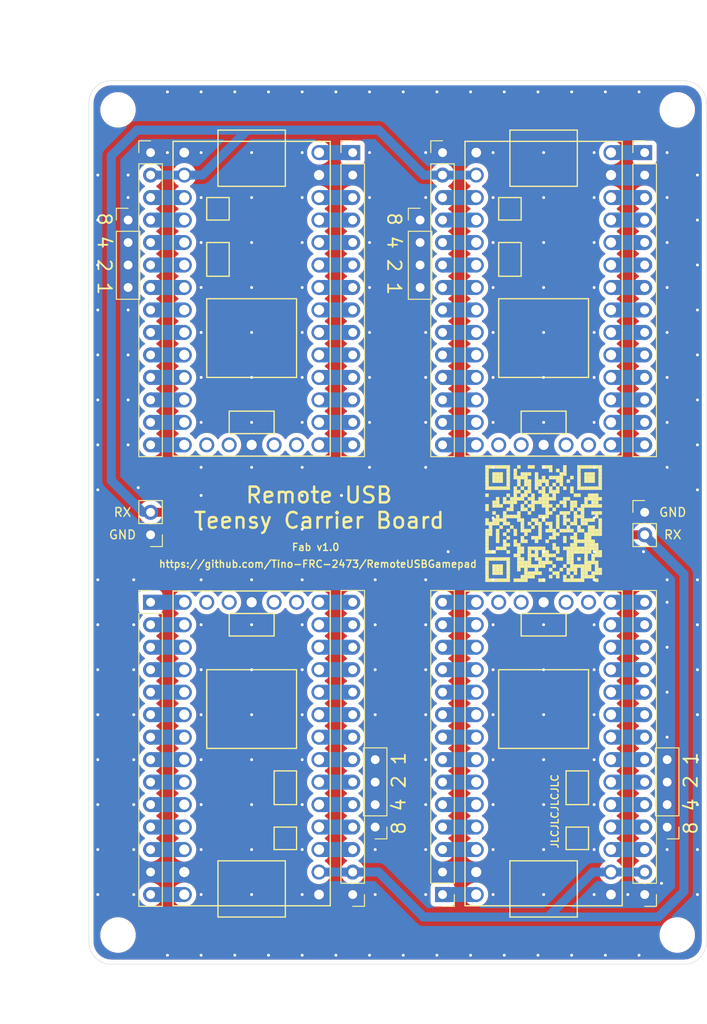
<source format=kicad_pcb>
(kicad_pcb (version 20171130) (host pcbnew "(5.1.7-0-10_14)")
  (layers (0 F.Cu signal) (31 B.Cu signal) (36 B.SilkS user) (37 F.SilkS user) (38 B.Mask user) (39 F.Mask user) (44 Edge.Cuts user))
  (net 0 "")
  (net 1 RX)
  (net 2 GND)
  (net 3 "Net-(U1-Pad18)")
  (net 4 "Net-(U1-Pad19)")
  (net 5 "Net-(U1-Pad16)")
  (net 6 "Net-(U1-Pad15)")
  (net 7 "Net-(U2-Pad18)")
  (net 8 "Net-(U2-Pad19)")
  (net 9 "Net-(U2-Pad16)")
  (net 10 "Net-(U2-Pad15)")
  (net 11 "Net-(U3-Pad15)")
  (net 12 "Net-(U3-Pad16)")
  (net 13 "Net-(U3-Pad19)")
  (net 14 "Net-(U3-Pad18)")
  (net 15 "Net-(U4-Pad15)")
  (net 16 "Net-(U4-Pad16)")
  (net 17 "Net-(U4-Pad19)")
  (net 18 "Net-(U4-Pad18)")
  (net 19 "Net-(J3-Pad1)")
  (net 20 "Net-(J3-Pad3)")
  (net 21 "Net-(J3-Pad4)")
  (net 22 "Net-(J3-Pad5)")
  (net 23 "Net-(J3-Pad6)")
  (net 24 "Net-(J3-Pad7)")
  (net 25 "Net-(J3-Pad8)")
  (net 26 "Net-(J4-Pad3)")
  (net 27 "Net-(J4-Pad4)")
  (net 28 "Net-(J4-Pad5)")
  (net 29 "Net-(J4-Pad6)")
  (net 30 "Net-(J4-Pad7)")
  (net 31 "Net-(J4-Pad8)")
  (net 32 "Net-(J8-Pad1)")
  (net 33 "Net-(J8-Pad3)")
  (net 34 "Net-(J8-Pad4)")
  (net 35 "Net-(J8-Pad5)")
  (net 36 "Net-(J8-Pad6)")
  (net 37 "Net-(J8-Pad7)")
  (net 38 "Net-(J8-Pad8)")
  (net 39 "Net-(J9-Pad5)")
  (net 40 "Net-(J2-Pad8)")
  (net 41 "Net-(J2-Pad7)")
  (net 42 "Net-(J2-Pad6)")
  (net 43 "Net-(J2-Pad5)")
  (net 44 "Net-(J2-Pad4)")
  (net 45 "Net-(J2-Pad3)")
  (net 46 "Net-(J2-Pad1)")
  (net 47 "Net-(J5-Pad8)")
  (net 48 "Net-(J5-Pad7)")
  (net 49 "Net-(J5-Pad6)")
  (net 50 "Net-(J5-Pad5)")
  (net 51 "Net-(J5-Pad4)")
  (net 52 "Net-(J5-Pad3)")
  (net 53 "Net-(J9-Pad8)")
  (net 54 "Net-(J9-Pad7)")
  (net 55 "Net-(J9-Pad6)")
  (net 56 "Net-(J9-Pad4)")
  (net 57 "Net-(J9-Pad3)")
  (net 58 "Net-(J9-Pad1)")
  (net 59 "Net-(J11-Pad3)")
  (net 60 "Net-(J11-Pad4)")
  (net 61 "Net-(J11-Pad5)")
  (net 62 "Net-(J11-Pad6)")
  (net 63 "Net-(J11-Pad7)")
  (net 64 "Net-(J11-Pad8)")
  (net 65 "Net-(J12-Pad8)")
  (net 66 "Net-(J12-Pad7)")
  (net 67 "Net-(J12-Pad6)")
  (net 68 "Net-(J12-Pad5)")
  (net 69 "Net-(J12-Pad4)")
  (net 70 "Net-(J12-Pad3)")
  (net 71 "Net-(J3-Pad14)")
  (net 72 "Net-(J5-Pad14)")
  (net 73 "Net-(J3-Pad12)")
  (net 74 "Net-(J3-Pad11)")
  (net 75 "Net-(J3-Pad10)")
  (net 76 "Net-(J3-Pad9)")
  (net 77 "Net-(J5-Pad13)")
  (net 78 "Net-(J5-Pad12)")
  (net 79 "Net-(J5-Pad11)")
  (net 80 "Net-(J5-Pad10)")
  (net 81 "Net-(J5-Pad9)")
  (net 82 "Net-(J4-Pad9)")
  (net 83 "Net-(J4-Pad10)")
  (net 84 "Net-(J4-Pad11)")
  (net 85 "Net-(J4-Pad12)")
  (net 86 "Net-(J4-Pad13)")
  (net 87 "Net-(J2-Pad9)")
  (net 88 "Net-(J2-Pad10)")
  (net 89 "Net-(J2-Pad11)")
  (net 90 "Net-(J2-Pad12)")
  (net 91 "Net-(J2-Pad13)")
  (net 92 "Net-(J4-Pad14)")
  (net 93 "Net-(J2-Pad14)")
  (net 94 "Net-(J8-Pad14)")
  (net 95 "Net-(J11-Pad14)")
  (net 96 "Net-(J8-Pad13)")
  (net 97 "Net-(J8-Pad12)")
  (net 98 "Net-(J8-Pad11)")
  (net 99 "Net-(J8-Pad10)")
  (net 100 "Net-(J8-Pad9)")
  (net 101 "Net-(J11-Pad13)")
  (net 102 "Net-(J11-Pad12)")
  (net 103 "Net-(J11-Pad11)")
  (net 104 "Net-(J11-Pad10)")
  (net 105 "Net-(J11-Pad9)")
  (net 106 "Net-(J12-Pad9)")
  (net 107 "Net-(J12-Pad10)")
  (net 108 "Net-(J12-Pad11)")
  (net 109 "Net-(J12-Pad12)")
  (net 110 "Net-(J12-Pad13)")
  (net 111 "Net-(J9-Pad9)")
  (net 112 "Net-(J9-Pad10)")
  (net 113 "Net-(J9-Pad11)")
  (net 114 "Net-(J9-Pad12)")
  (net 115 "Net-(J9-Pad13)")
  (net 116 "Net-(J12-Pad14)")
  (net 117 "Net-(J9-Pad14)")
  (net 118 "Net-(J3-Pad2)")
  (module CustomFootprints:RoboticsLogo (layer F.Cu) (at 136.525 101.6)
    (fp_text reference G*** hide)
    (fp_text value LOGO hide)
  )
  (module CustomFootprints:GithubQR (layer F.Cu) (at 153.035 101.6)
    (fp_text reference QR***** hide)
    (fp_text value https://github.com/Tino-FRC-2473/RemoteUSBGamepad (at -25.527 4.572) (layer F.SilkS) (effects (font (size 0.8128 0.8128) (thickness 0.1524))))
  )
  (module CustomFootprints:Teensy30_31_32_LC_nopogo (layer F.Cu) (at 153.035 76.2 270)
    (fp_text reference U2 hide)
    (fp_text value Teensy-LC)
    (pad 17 thru_hole circle (at 16.51 0 270) (size 1.7 1.7) (drill 1.15) (layers *.Cu *.Mask) (net 2 GND))
    (pad 18 thru_hole circle (at 16.51 -2.54 270) (size 1.7 1.7) (drill 1.15) (layers *.Cu *.Mask) (net 7 "Net-(U2-Pad18)"))
    (pad 19 thru_hole circle (at 16.51 -5.08 270) (size 1.7 1.7) (drill 1.15) (layers *.Cu *.Mask) (net 8 "Net-(U2-Pad19)"))
    (pad 20 thru_hole circle (at 16.51 -7.62 270) (size 1.7 1.7) (drill 1.15) (layers *.Cu *.Mask) (net 93 "Net-(J2-Pad14)"))
    (pad 16 thru_hole circle (at 16.51 2.54 270) (size 1.7 1.7) (drill 1.15) (layers *.Cu *.Mask) (net 9 "Net-(U2-Pad16)"))
    (pad 15 thru_hole circle (at 16.51 5.08 270) (size 1.7 1.7) (drill 1.15) (layers *.Cu *.Mask) (net 10 "Net-(U2-Pad15)"))
    (pad 14 thru_hole circle (at 16.51 7.62 270) (size 1.7 1.7) (drill 1.15) (layers *.Cu *.Mask) (net 92 "Net-(J4-Pad14)"))
    (pad 21 thru_hole circle (at 13.97 -7.62 270) (size 1.7 1.7) (drill 1.15) (layers *.Cu *.Mask) (net 91 "Net-(J2-Pad13)"))
    (pad 22 thru_hole circle (at 11.43 -7.62 270) (size 1.7 1.7) (drill 1.15) (layers *.Cu *.Mask) (net 90 "Net-(J2-Pad12)"))
    (pad 23 thru_hole circle (at 8.89 -7.62 270) (size 1.7 1.7) (drill 1.15) (layers *.Cu *.Mask) (net 89 "Net-(J2-Pad11)"))
    (pad 24 thru_hole circle (at 6.35 -7.62 270) (size 1.7 1.7) (drill 1.15) (layers *.Cu *.Mask) (net 88 "Net-(J2-Pad10)"))
    (pad 25 thru_hole circle (at 3.81 -7.62 270) (size 1.7 1.7) (drill 1.15) (layers *.Cu *.Mask) (net 87 "Net-(J2-Pad9)"))
    (pad 26 thru_hole circle (at 1.27 -7.62 270) (size 1.7 1.7) (drill 1.15) (layers *.Cu *.Mask) (net 40 "Net-(J2-Pad8)"))
    (pad 27 thru_hole circle (at -1.27 -7.62 270) (size 1.7 1.7) (drill 1.15) (layers *.Cu *.Mask) (net 41 "Net-(J2-Pad7)"))
    (pad 28 thru_hole circle (at -3.81 -7.62 270) (size 1.7 1.7) (drill 1.15) (layers *.Cu *.Mask) (net 42 "Net-(J2-Pad6)"))
    (pad 29 thru_hole circle (at -6.35 -7.62 270) (size 1.7 1.7) (drill 1.15) (layers *.Cu *.Mask) (net 43 "Net-(J2-Pad5)"))
    (pad 30 thru_hole circle (at -8.89 -7.62 270) (size 1.7 1.7) (drill 1.15) (layers *.Cu *.Mask) (net 44 "Net-(J2-Pad4)"))
    (pad 31 thru_hole circle (at -11.43 -7.62 270) (size 1.7 1.7) (drill 1.15) (layers *.Cu *.Mask) (net 45 "Net-(J2-Pad3)"))
    (pad 32 thru_hole circle (at -13.97 -7.62 270) (size 1.7 1.7) (drill 1.15) (layers *.Cu *.Mask) (net 2 GND))
    (pad 33 thru_hole circle (at -16.51 -7.62 270) (size 1.7 1.7) (drill 1.15) (layers *.Cu *.Mask) (net 46 "Net-(J2-Pad1)"))
    (pad 13 thru_hole circle (at 13.97 7.62 270) (size 1.7 1.7) (drill 1.15) (layers *.Cu *.Mask) (net 86 "Net-(J4-Pad13)"))
    (pad 12 thru_hole circle (at 11.43 7.62 270) (size 1.7 1.7) (drill 1.15) (layers *.Cu *.Mask) (net 85 "Net-(J4-Pad12)"))
    (pad 11 thru_hole circle (at 8.89 7.62 270) (size 1.7 1.7) (drill 1.15) (layers *.Cu *.Mask) (net 84 "Net-(J4-Pad11)"))
    (pad 10 thru_hole circle (at 6.35 7.62 270) (size 1.7 1.7) (drill 1.15) (layers *.Cu *.Mask) (net 83 "Net-(J4-Pad10)"))
    (pad 9 thru_hole circle (at 3.81 7.62 270) (size 1.7 1.7) (drill 1.15) (layers *.Cu *.Mask) (net 82 "Net-(J4-Pad9)"))
    (pad 8 thru_hole circle (at 1.27 7.62 270) (size 1.7 1.7) (drill 1.15) (layers *.Cu *.Mask) (net 31 "Net-(J4-Pad8)"))
    (pad 7 thru_hole circle (at -1.27 7.62 270) (size 1.7 1.7) (drill 1.15) (layers *.Cu *.Mask) (net 30 "Net-(J4-Pad7)"))
    (pad 6 thru_hole circle (at -3.81 7.62 270) (size 1.7 1.7) (drill 1.15) (layers *.Cu *.Mask) (net 29 "Net-(J4-Pad6)"))
    (pad 5 thru_hole circle (at -6.35 7.62 270) (size 1.7 1.7) (drill 1.15) (layers *.Cu *.Mask) (net 28 "Net-(J4-Pad5)"))
    (pad 4 thru_hole circle (at -8.89 7.62 270) (size 1.7 1.7) (drill 1.15) (layers *.Cu *.Mask) (net 27 "Net-(J4-Pad4)"))
    (pad 3 thru_hole circle (at -11.43 7.62 270) (size 1.7 1.7) (drill 1.15) (layers *.Cu *.Mask) (net 26 "Net-(J4-Pad3)"))
    (pad 2 thru_hole circle (at -13.97 7.62 270) (size 1.7 1.7) (drill 1.15) (layers *.Cu *.Mask) (net 1 RX))
    (pad 1 thru_hole rect (at -16.51 7.62 270) (size 1.6 1.6) (drill 1.1) (layers *.Cu *.Mask) (net 2 GND))
  )
  (module CustomFootprints:Teensy30_31_32_LC_nopogo (layer F.Cu) (at 120.015 76.2 270)
    (fp_text reference U3 hide)
    (fp_text value Teensy-LC)
    (pad 17 thru_hole circle (at 16.51 0 270) (size 1.7 1.7) (drill 1.15) (layers *.Cu *.Mask) (net 2 GND))
    (pad 18 thru_hole circle (at 16.51 -2.54 270) (size 1.7 1.7) (drill 1.15) (layers *.Cu *.Mask) (net 14 "Net-(U3-Pad18)"))
    (pad 19 thru_hole circle (at 16.51 -5.08 270) (size 1.7 1.7) (drill 1.15) (layers *.Cu *.Mask) (net 13 "Net-(U3-Pad19)"))
    (pad 20 thru_hole circle (at 16.51 -7.62 270) (size 1.7 1.7) (drill 1.15) (layers *.Cu *.Mask) (net 94 "Net-(J8-Pad14)"))
    (pad 16 thru_hole circle (at 16.51 2.54 270) (size 1.7 1.7) (drill 1.15) (layers *.Cu *.Mask) (net 12 "Net-(U3-Pad16)"))
    (pad 15 thru_hole circle (at 16.51 5.08 270) (size 1.7 1.7) (drill 1.15) (layers *.Cu *.Mask) (net 11 "Net-(U3-Pad15)"))
    (pad 14 thru_hole circle (at 16.51 7.62 270) (size 1.7 1.7) (drill 1.15) (layers *.Cu *.Mask) (net 95 "Net-(J11-Pad14)"))
    (pad 21 thru_hole circle (at 13.97 -7.62 270) (size 1.7 1.7) (drill 1.15) (layers *.Cu *.Mask) (net 96 "Net-(J8-Pad13)"))
    (pad 22 thru_hole circle (at 11.43 -7.62 270) (size 1.7 1.7) (drill 1.15) (layers *.Cu *.Mask) (net 97 "Net-(J8-Pad12)"))
    (pad 23 thru_hole circle (at 8.89 -7.62 270) (size 1.7 1.7) (drill 1.15) (layers *.Cu *.Mask) (net 98 "Net-(J8-Pad11)"))
    (pad 24 thru_hole circle (at 6.35 -7.62 270) (size 1.7 1.7) (drill 1.15) (layers *.Cu *.Mask) (net 99 "Net-(J8-Pad10)"))
    (pad 25 thru_hole circle (at 3.81 -7.62 270) (size 1.7 1.7) (drill 1.15) (layers *.Cu *.Mask) (net 100 "Net-(J8-Pad9)"))
    (pad 26 thru_hole circle (at 1.27 -7.62 270) (size 1.7 1.7) (drill 1.15) (layers *.Cu *.Mask) (net 38 "Net-(J8-Pad8)"))
    (pad 27 thru_hole circle (at -1.27 -7.62 270) (size 1.7 1.7) (drill 1.15) (layers *.Cu *.Mask) (net 37 "Net-(J8-Pad7)"))
    (pad 28 thru_hole circle (at -3.81 -7.62 270) (size 1.7 1.7) (drill 1.15) (layers *.Cu *.Mask) (net 36 "Net-(J8-Pad6)"))
    (pad 29 thru_hole circle (at -6.35 -7.62 270) (size 1.7 1.7) (drill 1.15) (layers *.Cu *.Mask) (net 35 "Net-(J8-Pad5)"))
    (pad 30 thru_hole circle (at -8.89 -7.62 270) (size 1.7 1.7) (drill 1.15) (layers *.Cu *.Mask) (net 34 "Net-(J8-Pad4)"))
    (pad 31 thru_hole circle (at -11.43 -7.62 270) (size 1.7 1.7) (drill 1.15) (layers *.Cu *.Mask) (net 33 "Net-(J8-Pad3)"))
    (pad 32 thru_hole circle (at -13.97 -7.62 270) (size 1.7 1.7) (drill 1.15) (layers *.Cu *.Mask) (net 2 GND))
    (pad 33 thru_hole circle (at -16.51 -7.62 270) (size 1.7 1.7) (drill 1.15) (layers *.Cu *.Mask) (net 32 "Net-(J8-Pad1)"))
    (pad 13 thru_hole circle (at 13.97 7.62 270) (size 1.7 1.7) (drill 1.15) (layers *.Cu *.Mask) (net 101 "Net-(J11-Pad13)"))
    (pad 12 thru_hole circle (at 11.43 7.62 270) (size 1.7 1.7) (drill 1.15) (layers *.Cu *.Mask) (net 102 "Net-(J11-Pad12)"))
    (pad 11 thru_hole circle (at 8.89 7.62 270) (size 1.7 1.7) (drill 1.15) (layers *.Cu *.Mask) (net 103 "Net-(J11-Pad11)"))
    (pad 10 thru_hole circle (at 6.35 7.62 270) (size 1.7 1.7) (drill 1.15) (layers *.Cu *.Mask) (net 104 "Net-(J11-Pad10)"))
    (pad 9 thru_hole circle (at 3.81 7.62 270) (size 1.7 1.7) (drill 1.15) (layers *.Cu *.Mask) (net 105 "Net-(J11-Pad9)"))
    (pad 8 thru_hole circle (at 1.27 7.62 270) (size 1.7 1.7) (drill 1.15) (layers *.Cu *.Mask) (net 64 "Net-(J11-Pad8)"))
    (pad 7 thru_hole circle (at -1.27 7.62 270) (size 1.7 1.7) (drill 1.15) (layers *.Cu *.Mask) (net 63 "Net-(J11-Pad7)"))
    (pad 6 thru_hole circle (at -3.81 7.62 270) (size 1.7 1.7) (drill 1.15) (layers *.Cu *.Mask) (net 62 "Net-(J11-Pad6)"))
    (pad 5 thru_hole circle (at -6.35 7.62 270) (size 1.7 1.7) (drill 1.15) (layers *.Cu *.Mask) (net 61 "Net-(J11-Pad5)"))
    (pad 4 thru_hole circle (at -8.89 7.62 270) (size 1.7 1.7) (drill 1.15) (layers *.Cu *.Mask) (net 60 "Net-(J11-Pad4)"))
    (pad 3 thru_hole circle (at -11.43 7.62 270) (size 1.7 1.7) (drill 1.15) (layers *.Cu *.Mask) (net 59 "Net-(J11-Pad3)"))
    (pad 2 thru_hole circle (at -13.97 7.62 270) (size 1.7 1.7) (drill 1.15) (layers *.Cu *.Mask) (net 1 RX))
    (pad 1 thru_hole rect (at -16.51 7.62 270) (size 1.6 1.6) (drill 1.1) (layers *.Cu *.Mask) (net 2 GND))
  )
  (module CustomFootprints:Teensy30_31_32_LC_nopogo (layer F.Cu) (at 153.035 127 90)
    (fp_text reference U4 hide)
    (fp_text value Teensy-LC)
    (pad 17 thru_hole circle (at 16.51 0 90) (size 1.7 1.7) (drill 1.15) (layers *.Cu *.Mask) (net 2 GND))
    (pad 18 thru_hole circle (at 16.51 -2.54 90) (size 1.7 1.7) (drill 1.15) (layers *.Cu *.Mask) (net 18 "Net-(U4-Pad18)"))
    (pad 19 thru_hole circle (at 16.51 -5.08 90) (size 1.7 1.7) (drill 1.15) (layers *.Cu *.Mask) (net 17 "Net-(U4-Pad19)"))
    (pad 20 thru_hole circle (at 16.51 -7.62 90) (size 1.7 1.7) (drill 1.15) (layers *.Cu *.Mask) (net 117 "Net-(J9-Pad14)"))
    (pad 16 thru_hole circle (at 16.51 2.54 90) (size 1.7 1.7) (drill 1.15) (layers *.Cu *.Mask) (net 16 "Net-(U4-Pad16)"))
    (pad 15 thru_hole circle (at 16.51 5.08 90) (size 1.7 1.7) (drill 1.15) (layers *.Cu *.Mask) (net 15 "Net-(U4-Pad15)"))
    (pad 14 thru_hole circle (at 16.51 7.62 90) (size 1.7 1.7) (drill 1.15) (layers *.Cu *.Mask) (net 116 "Net-(J12-Pad14)"))
    (pad 21 thru_hole circle (at 13.97 -7.62 90) (size 1.7 1.7) (drill 1.15) (layers *.Cu *.Mask) (net 115 "Net-(J9-Pad13)"))
    (pad 22 thru_hole circle (at 11.43 -7.62 90) (size 1.7 1.7) (drill 1.15) (layers *.Cu *.Mask) (net 114 "Net-(J9-Pad12)"))
    (pad 23 thru_hole circle (at 8.89 -7.62 90) (size 1.7 1.7) (drill 1.15) (layers *.Cu *.Mask) (net 113 "Net-(J9-Pad11)"))
    (pad 24 thru_hole circle (at 6.35 -7.62 90) (size 1.7 1.7) (drill 1.15) (layers *.Cu *.Mask) (net 112 "Net-(J9-Pad10)"))
    (pad 25 thru_hole circle (at 3.81 -7.62 90) (size 1.7 1.7) (drill 1.15) (layers *.Cu *.Mask) (net 111 "Net-(J9-Pad9)"))
    (pad 26 thru_hole circle (at 1.27 -7.62 90) (size 1.7 1.7) (drill 1.15) (layers *.Cu *.Mask) (net 53 "Net-(J9-Pad8)"))
    (pad 27 thru_hole circle (at -1.27 -7.62 90) (size 1.7 1.7) (drill 1.15) (layers *.Cu *.Mask) (net 54 "Net-(J9-Pad7)"))
    (pad 28 thru_hole circle (at -3.81 -7.62 90) (size 1.7 1.7) (drill 1.15) (layers *.Cu *.Mask) (net 55 "Net-(J9-Pad6)"))
    (pad 29 thru_hole circle (at -6.35 -7.62 90) (size 1.7 1.7) (drill 1.15) (layers *.Cu *.Mask) (net 39 "Net-(J9-Pad5)"))
    (pad 30 thru_hole circle (at -8.89 -7.62 90) (size 1.7 1.7) (drill 1.15) (layers *.Cu *.Mask) (net 56 "Net-(J9-Pad4)"))
    (pad 31 thru_hole circle (at -11.43 -7.62 90) (size 1.7 1.7) (drill 1.15) (layers *.Cu *.Mask) (net 57 "Net-(J9-Pad3)"))
    (pad 32 thru_hole circle (at -13.97 -7.62 90) (size 1.7 1.7) (drill 1.15) (layers *.Cu *.Mask) (net 2 GND))
    (pad 33 thru_hole circle (at -16.51 -7.62 90) (size 1.7 1.7) (drill 1.15) (layers *.Cu *.Mask) (net 58 "Net-(J9-Pad1)"))
    (pad 13 thru_hole circle (at 13.97 7.62 90) (size 1.7 1.7) (drill 1.15) (layers *.Cu *.Mask) (net 110 "Net-(J12-Pad13)"))
    (pad 12 thru_hole circle (at 11.43 7.62 90) (size 1.7 1.7) (drill 1.15) (layers *.Cu *.Mask) (net 109 "Net-(J12-Pad12)"))
    (pad 11 thru_hole circle (at 8.89 7.62 90) (size 1.7 1.7) (drill 1.15) (layers *.Cu *.Mask) (net 108 "Net-(J12-Pad11)"))
    (pad 10 thru_hole circle (at 6.35 7.62 90) (size 1.7 1.7) (drill 1.15) (layers *.Cu *.Mask) (net 107 "Net-(J12-Pad10)"))
    (pad 9 thru_hole circle (at 3.81 7.62 90) (size 1.7 1.7) (drill 1.15) (layers *.Cu *.Mask) (net 106 "Net-(J12-Pad9)"))
    (pad 8 thru_hole circle (at 1.27 7.62 90) (size 1.7 1.7) (drill 1.15) (layers *.Cu *.Mask) (net 65 "Net-(J12-Pad8)"))
    (pad 7 thru_hole circle (at -1.27 7.62 90) (size 1.7 1.7) (drill 1.15) (layers *.Cu *.Mask) (net 66 "Net-(J12-Pad7)"))
    (pad 6 thru_hole circle (at -3.81 7.62 90) (size 1.7 1.7) (drill 1.15) (layers *.Cu *.Mask) (net 67 "Net-(J12-Pad6)"))
    (pad 5 thru_hole circle (at -6.35 7.62 90) (size 1.7 1.7) (drill 1.15) (layers *.Cu *.Mask) (net 68 "Net-(J12-Pad5)"))
    (pad 4 thru_hole circle (at -8.89 7.62 90) (size 1.7 1.7) (drill 1.15) (layers *.Cu *.Mask) (net 69 "Net-(J12-Pad4)"))
    (pad 3 thru_hole circle (at -11.43 7.62 90) (size 1.7 1.7) (drill 1.15) (layers *.Cu *.Mask) (net 70 "Net-(J12-Pad3)"))
    (pad 2 thru_hole circle (at -13.97 7.62 90) (size 1.7 1.7) (drill 1.15) (layers *.Cu *.Mask) (net 1 RX))
    (pad 1 thru_hole rect (at -16.51 7.62 90) (size 1.6 1.6) (drill 1.1) (layers *.Cu *.Mask) (net 2 GND))
  )
  (module CustomFootprints:Teensy30_31_32_LC_nopogo (layer F.Cu) (at 120.015 127 90)
    (fp_text reference U1 hide)
    (fp_text value Teensy-LC)
    (pad 17 thru_hole circle (at 16.51 0 90) (size 1.7 1.7) (drill 1.15) (layers *.Cu *.Mask) (net 2 GND))
    (pad 18 thru_hole circle (at 16.51 -2.54 90) (size 1.7 1.7) (drill 1.15) (layers *.Cu *.Mask) (net 3 "Net-(U1-Pad18)"))
    (pad 19 thru_hole circle (at 16.51 -5.08 90) (size 1.7 1.7) (drill 1.15) (layers *.Cu *.Mask) (net 4 "Net-(U1-Pad19)"))
    (pad 20 thru_hole circle (at 16.51 -7.62 90) (size 1.7 1.7) (drill 1.15) (layers *.Cu *.Mask) (net 19 "Net-(J3-Pad1)"))
    (pad 16 thru_hole circle (at 16.51 2.54 90) (size 1.7 1.7) (drill 1.15) (layers *.Cu *.Mask) (net 5 "Net-(U1-Pad16)"))
    (pad 15 thru_hole circle (at 16.51 5.08 90) (size 1.7 1.7) (drill 1.15) (layers *.Cu *.Mask) (net 6 "Net-(U1-Pad15)"))
    (pad 14 thru_hole circle (at 16.51 7.62 90) (size 1.7 1.7) (drill 1.15) (layers *.Cu *.Mask) (net 72 "Net-(J5-Pad14)"))
    (pad 21 thru_hole circle (at 13.97 -7.62 90) (size 1.7 1.7) (drill 1.15) (layers *.Cu *.Mask) (net 118 "Net-(J3-Pad2)"))
    (pad 22 thru_hole circle (at 11.43 -7.62 90) (size 1.7 1.7) (drill 1.15) (layers *.Cu *.Mask) (net 20 "Net-(J3-Pad3)"))
    (pad 23 thru_hole circle (at 8.89 -7.62 90) (size 1.7 1.7) (drill 1.15) (layers *.Cu *.Mask) (net 21 "Net-(J3-Pad4)"))
    (pad 24 thru_hole circle (at 6.35 -7.62 90) (size 1.7 1.7) (drill 1.15) (layers *.Cu *.Mask) (net 22 "Net-(J3-Pad5)"))
    (pad 25 thru_hole circle (at 3.81 -7.62 90) (size 1.7 1.7) (drill 1.15) (layers *.Cu *.Mask) (net 23 "Net-(J3-Pad6)"))
    (pad 26 thru_hole circle (at 1.27 -7.62 90) (size 1.7 1.7) (drill 1.15) (layers *.Cu *.Mask) (net 24 "Net-(J3-Pad7)"))
    (pad 27 thru_hole circle (at -1.27 -7.62 90) (size 1.7 1.7) (drill 1.15) (layers *.Cu *.Mask) (net 25 "Net-(J3-Pad8)"))
    (pad 28 thru_hole circle (at -3.81 -7.62 90) (size 1.7 1.7) (drill 1.15) (layers *.Cu *.Mask) (net 76 "Net-(J3-Pad9)"))
    (pad 29 thru_hole circle (at -6.35 -7.62 90) (size 1.7 1.7) (drill 1.15) (layers *.Cu *.Mask) (net 75 "Net-(J3-Pad10)"))
    (pad 30 thru_hole circle (at -8.89 -7.62 90) (size 1.7 1.7) (drill 1.15) (layers *.Cu *.Mask) (net 74 "Net-(J3-Pad11)"))
    (pad 31 thru_hole circle (at -11.43 -7.62 90) (size 1.7 1.7) (drill 1.15) (layers *.Cu *.Mask) (net 73 "Net-(J3-Pad12)"))
    (pad 32 thru_hole circle (at -13.97 -7.62 90) (size 1.7 1.7) (drill 1.15) (layers *.Cu *.Mask) (net 2 GND))
    (pad 33 thru_hole circle (at -16.51 -7.62 90) (size 1.7 1.7) (drill 1.15) (layers *.Cu *.Mask) (net 71 "Net-(J3-Pad14)"))
    (pad 13 thru_hole circle (at 13.97 7.62 90) (size 1.7 1.7) (drill 1.15) (layers *.Cu *.Mask) (net 77 "Net-(J5-Pad13)"))
    (pad 12 thru_hole circle (at 11.43 7.62 90) (size 1.7 1.7) (drill 1.15) (layers *.Cu *.Mask) (net 78 "Net-(J5-Pad12)"))
    (pad 11 thru_hole circle (at 8.89 7.62 90) (size 1.7 1.7) (drill 1.15) (layers *.Cu *.Mask) (net 79 "Net-(J5-Pad11)"))
    (pad 10 thru_hole circle (at 6.35 7.62 90) (size 1.7 1.7) (drill 1.15) (layers *.Cu *.Mask) (net 80 "Net-(J5-Pad10)"))
    (pad 9 thru_hole circle (at 3.81 7.62 90) (size 1.7 1.7) (drill 1.15) (layers *.Cu *.Mask) (net 81 "Net-(J5-Pad9)"))
    (pad 8 thru_hole circle (at 1.27 7.62 90) (size 1.7 1.7) (drill 1.15) (layers *.Cu *.Mask) (net 47 "Net-(J5-Pad8)"))
    (pad 7 thru_hole circle (at -1.27 7.62 90) (size 1.7 1.7) (drill 1.15) (layers *.Cu *.Mask) (net 48 "Net-(J5-Pad7)"))
    (pad 6 thru_hole circle (at -3.81 7.62 90) (size 1.7 1.7) (drill 1.15) (layers *.Cu *.Mask) (net 49 "Net-(J5-Pad6)"))
    (pad 5 thru_hole circle (at -6.35 7.62 90) (size 1.7 1.7) (drill 1.15) (layers *.Cu *.Mask) (net 50 "Net-(J5-Pad5)"))
    (pad 4 thru_hole circle (at -8.89 7.62 90) (size 1.7 1.7) (drill 1.15) (layers *.Cu *.Mask) (net 51 "Net-(J5-Pad4)"))
    (pad 3 thru_hole circle (at -11.43 7.62 90) (size 1.7 1.7) (drill 1.15) (layers *.Cu *.Mask) (net 52 "Net-(J5-Pad3)"))
    (pad 2 thru_hole circle (at -13.97 7.62 90) (size 1.7 1.7) (drill 1.15) (layers *.Cu *.Mask) (net 1 RX))
    (pad 1 thru_hole rect (at -16.51 7.62 90) (size 1.6 1.6) (drill 1.1) (layers *.Cu *.Mask) (net 2 GND))
  )
  (module MountingHole:MountingHole_3mm (layer F.Cu) (at 104.902 148.082)
    (fp_text reference REF** hide)
    (fp_text value MountingHole_3mm)
    (pad "" np_thru_hole circle (at 0 0) (size 2.999999 2.999999) (drill 2.999999) (layers *.Cu *.Mask))
  )
  (module MountingHole:MountingHole_3mm (layer F.Cu) (at 104.902 54.864)
    (fp_text reference REF** hide)
    (fp_text value MountingHole_3mm)
    (pad "" np_thru_hole circle (at 0 0) (size 2.999999 2.999999) (drill 2.999999) (layers *.Cu *.Mask))
  )
  (module MountingHole:MountingHole_3mm (layer F.Cu) (at 168.148 54.864)
    (fp_text reference REF** hide)
    (fp_text value MountingHole_3mm)
    (pad "" np_thru_hole circle (at 0 0) (size 2.999999 2.999999) (drill 2.999999) (layers *.Cu *.Mask))
  )
  (module MountingHole:MountingHole_3mm (layer F.Cu) (at 168.148 148.082)
    (fp_text reference REF** hide)
    (fp_text value MountingHole_3mm)
    (pad "" np_thru_hole circle (at 0 0) (size 2.999999 2.999999) (drill 2.999999) (layers *.Cu *.Mask))
  )
  (module Connector_PinHeader_2.54mm:PinHeader_1x04_P2.54mm_Vertical (layer F.Cu) (at 167.005 135.89 180)
    (fp_text reference J7 hide)
    (fp_text value Conn_01x04_Male)
    (pad 4 thru_hole oval (at 0 7.62 180) (size 1.7 1.7) (drill 1) (layers *.Cu *.Mask) (net 2 GND))
    (pad 3 thru_hole oval (at 0 5.08 180) (size 1.7 1.7) (drill 1) (layers *.Cu *.Mask) (net 2 GND))
    (pad 2 thru_hole oval (at 0 2.54 180) (size 1.7 1.7) (drill 1) (layers *.Cu *.Mask) (net 2 GND))
    (pad 1 thru_hole rect (at 0 0 180) (size 1.7 1.7) (drill 1) (layers *.Cu *.Mask) (net 2 GND))
  )
  (module Connector_PinHeader_2.54mm:PinHeader_1x14_P2.54mm_Vertical (layer F.Cu) (at 164.465 143.51 180)
    (fp_text reference J12 hide)
    (fp_text value Conn_01x14_Male)
    (pad 14 thru_hole oval (at 0 33.02 180) (size 1.7 1.7) (drill 1) (layers *.Cu *.Mask) (net 116 "Net-(J12-Pad14)"))
    (pad 13 thru_hole oval (at 0 30.48 180) (size 1.7 1.7) (drill 1) (layers *.Cu *.Mask) (net 110 "Net-(J12-Pad13)"))
    (pad 12 thru_hole oval (at 0 27.94 180) (size 1.7 1.7) (drill 1) (layers *.Cu *.Mask) (net 109 "Net-(J12-Pad12)"))
    (pad 11 thru_hole oval (at 0 25.4 180) (size 1.7 1.7) (drill 1) (layers *.Cu *.Mask) (net 108 "Net-(J12-Pad11)"))
    (pad 10 thru_hole oval (at 0 22.86 180) (size 1.7 1.7) (drill 1) (layers *.Cu *.Mask) (net 107 "Net-(J12-Pad10)"))
    (pad 9 thru_hole oval (at 0 20.32 180) (size 1.7 1.7) (drill 1) (layers *.Cu *.Mask) (net 106 "Net-(J12-Pad9)"))
    (pad 8 thru_hole oval (at 0 17.78 180) (size 1.7 1.7) (drill 1) (layers *.Cu *.Mask) (net 65 "Net-(J12-Pad8)"))
    (pad 7 thru_hole oval (at 0 15.24 180) (size 1.7 1.7) (drill 1) (layers *.Cu *.Mask) (net 66 "Net-(J12-Pad7)"))
    (pad 6 thru_hole oval (at 0 12.7 180) (size 1.7 1.7) (drill 1) (layers *.Cu *.Mask) (net 67 "Net-(J12-Pad6)"))
    (pad 5 thru_hole oval (at 0 10.16 180) (size 1.7 1.7) (drill 1) (layers *.Cu *.Mask) (net 68 "Net-(J12-Pad5)"))
    (pad 4 thru_hole oval (at 0 7.62 180) (size 1.7 1.7) (drill 1) (layers *.Cu *.Mask) (net 69 "Net-(J12-Pad4)"))
    (pad 3 thru_hole oval (at 0 5.08 180) (size 1.7 1.7) (drill 1) (layers *.Cu *.Mask) (net 70 "Net-(J12-Pad3)"))
    (pad 2 thru_hole oval (at 0 2.54 180) (size 1.7 1.7) (drill 1) (layers *.Cu *.Mask) (net 1 RX))
    (pad 1 thru_hole rect (at 0 0 180) (size 1.7 1.7) (drill 1) (layers *.Cu *.Mask) (net 2 GND))
  )
  (module Connector_PinHeader_2.54mm:PinHeader_1x14_P2.54mm_Vertical (layer F.Cu) (at 108.585 59.69)
    (fp_text reference J11 hide)
    (fp_text value Conn_01x14_Male)
    (pad 14 thru_hole oval (at 0 33.02) (size 1.7 1.7) (drill 1) (layers *.Cu *.Mask) (net 95 "Net-(J11-Pad14)"))
    (pad 13 thru_hole oval (at 0 30.48) (size 1.7 1.7) (drill 1) (layers *.Cu *.Mask) (net 101 "Net-(J11-Pad13)"))
    (pad 12 thru_hole oval (at 0 27.94) (size 1.7 1.7) (drill 1) (layers *.Cu *.Mask) (net 102 "Net-(J11-Pad12)"))
    (pad 11 thru_hole oval (at 0 25.4) (size 1.7 1.7) (drill 1) (layers *.Cu *.Mask) (net 103 "Net-(J11-Pad11)"))
    (pad 10 thru_hole oval (at 0 22.86) (size 1.7 1.7) (drill 1) (layers *.Cu *.Mask) (net 104 "Net-(J11-Pad10)"))
    (pad 9 thru_hole oval (at 0 20.32) (size 1.7 1.7) (drill 1) (layers *.Cu *.Mask) (net 105 "Net-(J11-Pad9)"))
    (pad 8 thru_hole oval (at 0 17.78) (size 1.7 1.7) (drill 1) (layers *.Cu *.Mask) (net 64 "Net-(J11-Pad8)"))
    (pad 7 thru_hole oval (at 0 15.24) (size 1.7 1.7) (drill 1) (layers *.Cu *.Mask) (net 63 "Net-(J11-Pad7)"))
    (pad 6 thru_hole oval (at 0 12.7) (size 1.7 1.7) (drill 1) (layers *.Cu *.Mask) (net 62 "Net-(J11-Pad6)"))
    (pad 5 thru_hole oval (at 0 10.16) (size 1.7 1.7) (drill 1) (layers *.Cu *.Mask) (net 61 "Net-(J11-Pad5)"))
    (pad 4 thru_hole oval (at 0 7.62) (size 1.7 1.7) (drill 1) (layers *.Cu *.Mask) (net 60 "Net-(J11-Pad4)"))
    (pad 3 thru_hole oval (at 0 5.08) (size 1.7 1.7) (drill 1) (layers *.Cu *.Mask) (net 59 "Net-(J11-Pad3)"))
    (pad 2 thru_hole oval (at 0 2.54) (size 1.7 1.7) (drill 1) (layers *.Cu *.Mask) (net 1 RX))
    (pad 1 thru_hole rect (at 0 0) (size 1.7 1.7) (drill 1) (layers *.Cu *.Mask) (net 2 GND))
  )
  (module Connector_PinHeader_2.54mm:PinHeader_1x14_P2.54mm_Vertical (layer F.Cu) (at 141.605 143.51 180)
    (fp_text reference J9 hide)
    (fp_text value Conn_01x14_Male)
    (pad 14 thru_hole oval (at 0 33.02 180) (size 1.7 1.7) (drill 1) (layers *.Cu *.Mask) (net 117 "Net-(J9-Pad14)"))
    (pad 13 thru_hole oval (at 0 30.48 180) (size 1.7 1.7) (drill 1) (layers *.Cu *.Mask) (net 115 "Net-(J9-Pad13)"))
    (pad 12 thru_hole oval (at 0 27.94 180) (size 1.7 1.7) (drill 1) (layers *.Cu *.Mask) (net 114 "Net-(J9-Pad12)"))
    (pad 11 thru_hole oval (at 0 25.4 180) (size 1.7 1.7) (drill 1) (layers *.Cu *.Mask) (net 113 "Net-(J9-Pad11)"))
    (pad 10 thru_hole oval (at 0 22.86 180) (size 1.7 1.7) (drill 1) (layers *.Cu *.Mask) (net 112 "Net-(J9-Pad10)"))
    (pad 9 thru_hole oval (at 0 20.32 180) (size 1.7 1.7) (drill 1) (layers *.Cu *.Mask) (net 111 "Net-(J9-Pad9)"))
    (pad 8 thru_hole oval (at 0 17.78 180) (size 1.7 1.7) (drill 1) (layers *.Cu *.Mask) (net 53 "Net-(J9-Pad8)"))
    (pad 7 thru_hole oval (at 0 15.24 180) (size 1.7 1.7) (drill 1) (layers *.Cu *.Mask) (net 54 "Net-(J9-Pad7)"))
    (pad 6 thru_hole oval (at 0 12.7 180) (size 1.7 1.7) (drill 1) (layers *.Cu *.Mask) (net 55 "Net-(J9-Pad6)"))
    (pad 5 thru_hole oval (at 0 10.16 180) (size 1.7 1.7) (drill 1) (layers *.Cu *.Mask) (net 39 "Net-(J9-Pad5)"))
    (pad 4 thru_hole oval (at 0 7.62 180) (size 1.7 1.7) (drill 1) (layers *.Cu *.Mask) (net 56 "Net-(J9-Pad4)"))
    (pad 3 thru_hole oval (at 0 5.08 180) (size 1.7 1.7) (drill 1) (layers *.Cu *.Mask) (net 57 "Net-(J9-Pad3)"))
    (pad 2 thru_hole oval (at 0 2.54 180) (size 1.7 1.7) (drill 1) (layers *.Cu *.Mask) (net 2 GND))
    (pad 1 thru_hole rect (at 0 0 180) (size 1.7 1.7) (drill 1) (layers *.Cu *.Mask) (net 58 "Net-(J9-Pad1)"))
  )
  (module Connector_PinHeader_2.54mm:PinHeader_1x14_P2.54mm_Vertical (layer F.Cu) (at 131.445 59.69)
    (fp_text reference J8 hide)
    (fp_text value Conn_01x14_Male)
    (pad 14 thru_hole oval (at 0 33.02) (size 1.7 1.7) (drill 1) (layers *.Cu *.Mask) (net 94 "Net-(J8-Pad14)"))
    (pad 13 thru_hole oval (at 0 30.48) (size 1.7 1.7) (drill 1) (layers *.Cu *.Mask) (net 96 "Net-(J8-Pad13)"))
    (pad 12 thru_hole oval (at 0 27.94) (size 1.7 1.7) (drill 1) (layers *.Cu *.Mask) (net 97 "Net-(J8-Pad12)"))
    (pad 11 thru_hole oval (at 0 25.4) (size 1.7 1.7) (drill 1) (layers *.Cu *.Mask) (net 98 "Net-(J8-Pad11)"))
    (pad 10 thru_hole oval (at 0 22.86) (size 1.7 1.7) (drill 1) (layers *.Cu *.Mask) (net 99 "Net-(J8-Pad10)"))
    (pad 9 thru_hole oval (at 0 20.32) (size 1.7 1.7) (drill 1) (layers *.Cu *.Mask) (net 100 "Net-(J8-Pad9)"))
    (pad 8 thru_hole oval (at 0 17.78) (size 1.7 1.7) (drill 1) (layers *.Cu *.Mask) (net 38 "Net-(J8-Pad8)"))
    (pad 7 thru_hole oval (at 0 15.24) (size 1.7 1.7) (drill 1) (layers *.Cu *.Mask) (net 37 "Net-(J8-Pad7)"))
    (pad 6 thru_hole oval (at 0 12.7) (size 1.7 1.7) (drill 1) (layers *.Cu *.Mask) (net 36 "Net-(J8-Pad6)"))
    (pad 5 thru_hole oval (at 0 10.16) (size 1.7 1.7) (drill 1) (layers *.Cu *.Mask) (net 35 "Net-(J8-Pad5)"))
    (pad 4 thru_hole oval (at 0 7.62) (size 1.7 1.7) (drill 1) (layers *.Cu *.Mask) (net 34 "Net-(J8-Pad4)"))
    (pad 3 thru_hole oval (at 0 5.08) (size 1.7 1.7) (drill 1) (layers *.Cu *.Mask) (net 33 "Net-(J8-Pad3)"))
    (pad 2 thru_hole oval (at 0 2.54) (size 1.7 1.7) (drill 1) (layers *.Cu *.Mask) (net 2 GND))
    (pad 1 thru_hole rect (at 0 0) (size 1.7 1.7) (drill 1) (layers *.Cu *.Mask) (net 32 "Net-(J8-Pad1)"))
  )
  (module Connector_PinHeader_2.54mm:PinHeader_1x14_P2.54mm_Vertical (layer F.Cu) (at 131.445 143.51 180)
    (fp_text reference J5 hide)
    (fp_text value Conn_01x14_Male)
    (pad 14 thru_hole oval (at 0 33.02 180) (size 1.7 1.7) (drill 1) (layers *.Cu *.Mask) (net 72 "Net-(J5-Pad14)"))
    (pad 13 thru_hole oval (at 0 30.48 180) (size 1.7 1.7) (drill 1) (layers *.Cu *.Mask) (net 77 "Net-(J5-Pad13)"))
    (pad 12 thru_hole oval (at 0 27.94 180) (size 1.7 1.7) (drill 1) (layers *.Cu *.Mask) (net 78 "Net-(J5-Pad12)"))
    (pad 11 thru_hole oval (at 0 25.4 180) (size 1.7 1.7) (drill 1) (layers *.Cu *.Mask) (net 79 "Net-(J5-Pad11)"))
    (pad 10 thru_hole oval (at 0 22.86 180) (size 1.7 1.7) (drill 1) (layers *.Cu *.Mask) (net 80 "Net-(J5-Pad10)"))
    (pad 9 thru_hole oval (at 0 20.32 180) (size 1.7 1.7) (drill 1) (layers *.Cu *.Mask) (net 81 "Net-(J5-Pad9)"))
    (pad 8 thru_hole oval (at 0 17.78 180) (size 1.7 1.7) (drill 1) (layers *.Cu *.Mask) (net 47 "Net-(J5-Pad8)"))
    (pad 7 thru_hole oval (at 0 15.24 180) (size 1.7 1.7) (drill 1) (layers *.Cu *.Mask) (net 48 "Net-(J5-Pad7)"))
    (pad 6 thru_hole oval (at 0 12.7 180) (size 1.7 1.7) (drill 1) (layers *.Cu *.Mask) (net 49 "Net-(J5-Pad6)"))
    (pad 5 thru_hole oval (at 0 10.16 180) (size 1.7 1.7) (drill 1) (layers *.Cu *.Mask) (net 50 "Net-(J5-Pad5)"))
    (pad 4 thru_hole oval (at 0 7.62 180) (size 1.7 1.7) (drill 1) (layers *.Cu *.Mask) (net 51 "Net-(J5-Pad4)"))
    (pad 3 thru_hole oval (at 0 5.08 180) (size 1.7 1.7) (drill 1) (layers *.Cu *.Mask) (net 52 "Net-(J5-Pad3)"))
    (pad 2 thru_hole oval (at 0 2.54 180) (size 1.7 1.7) (drill 1) (layers *.Cu *.Mask) (net 1 RX))
    (pad 1 thru_hole rect (at 0 0 180) (size 1.7 1.7) (drill 1) (layers *.Cu *.Mask) (net 2 GND))
  )
  (module Connector_PinHeader_2.54mm:PinHeader_1x14_P2.54mm_Vertical (layer F.Cu) (at 141.605 59.69)
    (fp_text reference J4 hide)
    (fp_text value Conn_01x14_Male)
    (pad 14 thru_hole oval (at 0 33.02) (size 1.7 1.7) (drill 1) (layers *.Cu *.Mask) (net 92 "Net-(J4-Pad14)"))
    (pad 13 thru_hole oval (at 0 30.48) (size 1.7 1.7) (drill 1) (layers *.Cu *.Mask) (net 86 "Net-(J4-Pad13)"))
    (pad 12 thru_hole oval (at 0 27.94) (size 1.7 1.7) (drill 1) (layers *.Cu *.Mask) (net 85 "Net-(J4-Pad12)"))
    (pad 11 thru_hole oval (at 0 25.4) (size 1.7 1.7) (drill 1) (layers *.Cu *.Mask) (net 84 "Net-(J4-Pad11)"))
    (pad 10 thru_hole oval (at 0 22.86) (size 1.7 1.7) (drill 1) (layers *.Cu *.Mask) (net 83 "Net-(J4-Pad10)"))
    (pad 9 thru_hole oval (at 0 20.32) (size 1.7 1.7) (drill 1) (layers *.Cu *.Mask) (net 82 "Net-(J4-Pad9)"))
    (pad 8 thru_hole oval (at 0 17.78) (size 1.7 1.7) (drill 1) (layers *.Cu *.Mask) (net 31 "Net-(J4-Pad8)"))
    (pad 7 thru_hole oval (at 0 15.24) (size 1.7 1.7) (drill 1) (layers *.Cu *.Mask) (net 30 "Net-(J4-Pad7)"))
    (pad 6 thru_hole oval (at 0 12.7) (size 1.7 1.7) (drill 1) (layers *.Cu *.Mask) (net 29 "Net-(J4-Pad6)"))
    (pad 5 thru_hole oval (at 0 10.16) (size 1.7 1.7) (drill 1) (layers *.Cu *.Mask) (net 28 "Net-(J4-Pad5)"))
    (pad 4 thru_hole oval (at 0 7.62) (size 1.7 1.7) (drill 1) (layers *.Cu *.Mask) (net 27 "Net-(J4-Pad4)"))
    (pad 3 thru_hole oval (at 0 5.08) (size 1.7 1.7) (drill 1) (layers *.Cu *.Mask) (net 26 "Net-(J4-Pad3)"))
    (pad 2 thru_hole oval (at 0 2.54) (size 1.7 1.7) (drill 1) (layers *.Cu *.Mask) (net 1 RX))
    (pad 1 thru_hole rect (at 0 0) (size 1.7 1.7) (drill 1) (layers *.Cu *.Mask) (net 2 GND))
  )
  (module Connector_PinHeader_2.54mm:PinHeader_1x14_P2.54mm_Vertical (layer F.Cu) (at 108.585 110.49)
    (fp_text reference J3 hide)
    (fp_text value Conn_01x14_Male)
    (pad 14 thru_hole oval (at 0 33.02) (size 1.7 1.7) (drill 1) (layers *.Cu *.Mask) (net 71 "Net-(J3-Pad14)"))
    (pad 13 thru_hole oval (at 0 30.48) (size 1.7 1.7) (drill 1) (layers *.Cu *.Mask) (net 2 GND))
    (pad 12 thru_hole oval (at 0 27.94) (size 1.7 1.7) (drill 1) (layers *.Cu *.Mask) (net 73 "Net-(J3-Pad12)"))
    (pad 11 thru_hole oval (at 0 25.4) (size 1.7 1.7) (drill 1) (layers *.Cu *.Mask) (net 74 "Net-(J3-Pad11)"))
    (pad 10 thru_hole oval (at 0 22.86) (size 1.7 1.7) (drill 1) (layers *.Cu *.Mask) (net 75 "Net-(J3-Pad10)"))
    (pad 9 thru_hole oval (at 0 20.32) (size 1.7 1.7) (drill 1) (layers *.Cu *.Mask) (net 76 "Net-(J3-Pad9)"))
    (pad 8 thru_hole oval (at 0 17.78) (size 1.7 1.7) (drill 1) (layers *.Cu *.Mask) (net 25 "Net-(J3-Pad8)"))
    (pad 7 thru_hole oval (at 0 15.24) (size 1.7 1.7) (drill 1) (layers *.Cu *.Mask) (net 24 "Net-(J3-Pad7)"))
    (pad 6 thru_hole oval (at 0 12.7) (size 1.7 1.7) (drill 1) (layers *.Cu *.Mask) (net 23 "Net-(J3-Pad6)"))
    (pad 5 thru_hole oval (at 0 10.16) (size 1.7 1.7) (drill 1) (layers *.Cu *.Mask) (net 22 "Net-(J3-Pad5)"))
    (pad 4 thru_hole oval (at 0 7.62) (size 1.7 1.7) (drill 1) (layers *.Cu *.Mask) (net 21 "Net-(J3-Pad4)"))
    (pad 3 thru_hole oval (at 0 5.08) (size 1.7 1.7) (drill 1) (layers *.Cu *.Mask) (net 20 "Net-(J3-Pad3)"))
    (pad 2 thru_hole oval (at 0 2.54) (size 1.7 1.7) (drill 1) (layers *.Cu *.Mask) (net 118 "Net-(J3-Pad2)"))
    (pad 1 thru_hole rect (at 0 0) (size 1.7 1.7) (drill 1) (layers *.Cu *.Mask) (net 19 "Net-(J3-Pad1)"))
  )
  (module Connector_PinHeader_2.54mm:PinHeader_1x14_P2.54mm_Vertical (layer F.Cu) (at 164.465 59.69)
    (fp_text reference J2 hide)
    (fp_text value Conn_01x14_Male)
    (pad 14 thru_hole oval (at 0 33.02) (size 1.7 1.7) (drill 1) (layers *.Cu *.Mask) (net 93 "Net-(J2-Pad14)"))
    (pad 13 thru_hole oval (at 0 30.48) (size 1.7 1.7) (drill 1) (layers *.Cu *.Mask) (net 91 "Net-(J2-Pad13)"))
    (pad 12 thru_hole oval (at 0 27.94) (size 1.7 1.7) (drill 1) (layers *.Cu *.Mask) (net 90 "Net-(J2-Pad12)"))
    (pad 11 thru_hole oval (at 0 25.4) (size 1.7 1.7) (drill 1) (layers *.Cu *.Mask) (net 89 "Net-(J2-Pad11)"))
    (pad 10 thru_hole oval (at 0 22.86) (size 1.7 1.7) (drill 1) (layers *.Cu *.Mask) (net 88 "Net-(J2-Pad10)"))
    (pad 9 thru_hole oval (at 0 20.32) (size 1.7 1.7) (drill 1) (layers *.Cu *.Mask) (net 87 "Net-(J2-Pad9)"))
    (pad 8 thru_hole oval (at 0 17.78) (size 1.7 1.7) (drill 1) (layers *.Cu *.Mask) (net 40 "Net-(J2-Pad8)"))
    (pad 7 thru_hole oval (at 0 15.24) (size 1.7 1.7) (drill 1) (layers *.Cu *.Mask) (net 41 "Net-(J2-Pad7)"))
    (pad 6 thru_hole oval (at 0 12.7) (size 1.7 1.7) (drill 1) (layers *.Cu *.Mask) (net 42 "Net-(J2-Pad6)"))
    (pad 5 thru_hole oval (at 0 10.16) (size 1.7 1.7) (drill 1) (layers *.Cu *.Mask) (net 43 "Net-(J2-Pad5)"))
    (pad 4 thru_hole oval (at 0 7.62) (size 1.7 1.7) (drill 1) (layers *.Cu *.Mask) (net 44 "Net-(J2-Pad4)"))
    (pad 3 thru_hole oval (at 0 5.08) (size 1.7 1.7) (drill 1) (layers *.Cu *.Mask) (net 45 "Net-(J2-Pad3)"))
    (pad 2 thru_hole oval (at 0 2.54) (size 1.7 1.7) (drill 1) (layers *.Cu *.Mask) (net 2 GND))
    (pad 1 thru_hole rect (at 0 0) (size 1.7 1.7) (drill 1) (layers *.Cu *.Mask) (net 46 "Net-(J2-Pad1)"))
  )
  (module Connector_PinHeader_2.54mm:PinHeader_1x02_P2.54mm_Vertical (layer F.Cu) (at 108.585 102.87 180)
    (fp_text reference J1 hide)
    (fp_text value Conn_01x02_Male)
    (pad 2 thru_hole oval (at 0 2.54 180) (size 1.7 1.7) (drill 1) (layers *.Cu *.Mask) (net 1 RX))
    (pad 1 thru_hole rect (at 0 0 180) (size 1.7 1.7) (drill 1) (layers *.Cu *.Mask) (net 2 GND))
  )
  (module Connector_PinHeader_2.54mm:PinHeader_1x02_P2.54mm_Vertical (layer F.Cu) (at 164.465 100.33)
    (fp_text reference J10 hide)
    (fp_text value Conn_01x02_Female)
    (pad 2 thru_hole oval (at 0 2.54) (size 1.7 1.7) (drill 1) (layers *.Cu *.Mask) (net 1 RX))
    (pad 1 thru_hole rect (at 0 0) (size 1.7 1.7) (drill 1) (layers *.Cu *.Mask) (net 2 GND))
  )
  (module Connector_PinHeader_2.54mm:PinHeader_1x04_P2.54mm_Vertical (layer F.Cu) (at 139.065 67.31)
    (fp_text reference J13 hide)
    (fp_text value Conn_01x04_Male)
    (pad 4 thru_hole oval (at 0 7.62) (size 1.7 1.7) (drill 1) (layers *.Cu *.Mask) (net 2 GND))
    (pad 3 thru_hole oval (at 0 5.08) (size 1.7 1.7) (drill 1) (layers *.Cu *.Mask) (net 2 GND))
    (pad 2 thru_hole oval (at 0 2.54) (size 1.7 1.7) (drill 1) (layers *.Cu *.Mask) (net 2 GND))
    (pad 1 thru_hole rect (at 0 0) (size 1.7 1.7) (drill 1) (layers *.Cu *.Mask) (net 2 GND))
  )
  (module Connector_PinHeader_2.54mm:PinHeader_1x04_P2.54mm_Vertical (layer F.Cu) (at 133.985 135.89 180)
    (fp_text reference J14 hide)
    (fp_text value Conn_01x04_Male)
    (pad 4 thru_hole oval (at 0 7.62 180) (size 1.7 1.7) (drill 1) (layers *.Cu *.Mask) (net 2 GND))
    (pad 3 thru_hole oval (at 0 5.08 180) (size 1.7 1.7) (drill 1) (layers *.Cu *.Mask) (net 2 GND))
    (pad 2 thru_hole oval (at 0 2.54 180) (size 1.7 1.7) (drill 1) (layers *.Cu *.Mask) (net 2 GND))
    (pad 1 thru_hole rect (at 0 0 180) (size 1.7 1.7) (drill 1) (layers *.Cu *.Mask) (net 2 GND))
  )
  (module Connector_PinHeader_2.54mm:PinHeader_1x04_P2.54mm_Vertical (layer F.Cu) (at 106.045 67.31)
    (fp_text reference J6 hide)
    (fp_text value Conn_01x04_Male)
    (pad 4 thru_hole oval (at 0 7.62) (size 1.7 1.7) (drill 1) (layers *.Cu *.Mask) (net 2 GND))
    (pad 3 thru_hole oval (at 0 5.08) (size 1.7 1.7) (drill 1) (layers *.Cu *.Mask) (net 2 GND))
    (pad 2 thru_hole oval (at 0 2.54) (size 1.7 1.7) (drill 1) (layers *.Cu *.Mask) (net 2 GND))
    (pad 1 thru_hole rect (at 0 0) (size 1.7 1.7) (drill 1) (layers *.Cu *.Mask) (net 2 GND))
  )
  (gr_text "Fab v1.0" (at 127.254 104.267) (layer F.SilkS) (effects (font (size 0.8128 0.8128) (thickness 0.1524))))
  (gr_text JLCJLCJLCJLC (at 154.305 134.112 90) (layer F.SilkS) (effects (font (size 0.8128 0.8128) (thickness 0.1524))))
  (gr_text "Remote USB\nTeensy Carrier Board" (at 127.635 99.822) (layer F.SilkS) (effects (font (size 1.778 1.778) (thickness 0.2794))))
  (gr_text "8 4 2 1" (at 103.378 71.12 270) (layer F.SilkS) (effects (font (size 1.524 1.524) (thickness 0.2032))))
  (gr_text "8 4 2 1" (at 136.144 71.12 270) (layer F.SilkS) (effects (font (size 1.524 1.524) (thickness 0.2032))))
  (gr_text "8 4 2 1" (at 169.672 132.08 90) (layer F.SilkS) (effects (font (size 1.524 1.524) (thickness 0.2032))))
  (gr_text "8 4 2 1" (at 136.652 132.08 90) (layer F.SilkS) (effects (font (size 1.524 1.524) (thickness 0.2032))))
  (gr_text GND (at 167.64 100.33) (layer F.SilkS) (effects (font (size 1 1) (thickness 0.1524))))
  (gr_text RX (at 167.64 102.87) (layer F.SilkS) (effects (font (size 1 1) (thickness 0.1524))))
  (gr_text GND (at 105.41 102.87) (layer F.SilkS) (effects (font (size 1 1) (thickness 0.1524))))
  (gr_text RX (at 105.41 100.33) (layer F.SilkS) (effects (font (size 1 1) (thickness 0.1524))))
  (gr_arc (start 104.14 54.102) (end 104.14 51.562) (angle -90) (layer Edge.Cuts) (width 0.05))
  (gr_arc (start 104.14 148.844) (end 101.6 148.844) (angle -90) (layer Edge.Cuts) (width 0.05))
  (gr_arc (start 168.91 148.844) (end 168.91 151.384) (angle -90) (layer Edge.Cuts) (width 0.05))
  (gr_arc (start 168.91 54.102) (end 171.45 54.102) (angle -90) (layer Edge.Cuts) (width 0.05))
  (gr_line (start 101.6 54.102) (end 101.6 148.844) (layer Edge.Cuts) (width 0.05))
  (gr_line (start 168.91 51.562) (end 104.14 51.562) (layer Edge.Cuts) (width 0.05))
  (gr_line (start 171.45 148.844) (end 171.45 54.102) (layer Edge.Cuts) (width 0.05))
  (gr_line (start 104.14 151.384) (end 168.91 151.384) (layer Edge.Cuts) (width 0.05))
  (segment (start 112.395 62.23) (end 108.585 62.23) (width 1.016) (layer B.Cu) (net 1))
  (segment (start 160.655 140.97) (end 164.465 140.97) (width 1.016) (layer B.Cu) (net 1))
  (segment (start 141.605 62.23) (end 145.415 62.23) (width 1.016) (layer B.Cu) (net 1))
  (segment (start 127.635 140.97) (end 131.445 140.97) (width 1.016) (layer B.Cu) (net 1))
  (segment (start 134.371958 57.15) (end 139.451958 62.23) (width 1.016) (layer B.Cu) (net 1))
  (segment (start 139.451958 62.23) (end 141.605 62.23) (width 1.016) (layer B.Cu) (net 1))
  (segment (start 119.528042 57.15) (end 134.371958 57.15) (width 1.016) (layer B.Cu) (net 1))
  (segment (start 114.448042 62.23) (end 119.528042 57.15) (width 1.016) (layer B.Cu) (net 1))
  (segment (start 112.395 62.23) (end 114.448042 62.23) (width 1.016) (layer B.Cu) (net 1))
  (segment (start 139.451958 146.05) (end 134.371958 140.97) (width 1.016) (layer B.Cu) (net 1))
  (segment (start 134.371958 140.97) (end 131.445 140.97) (width 1.016) (layer B.Cu) (net 1))
  (segment (start 153.67 146.05) (end 139.451958 146.05) (width 1.016) (layer B.Cu) (net 1))
  (segment (start 153.67 145.901958) (end 153.67 146.05) (width 1.016) (layer B.Cu) (net 1))
  (segment (start 158.601958 140.97) (end 153.67 145.901958) (width 1.016) (layer B.Cu) (net 1))
  (segment (start 160.655 140.97) (end 158.601958 140.97) (width 1.016) (layer B.Cu) (net 1))
  (segment (start 107.039759 57.15) (end 104.14 60.049759) (width 1.016) (layer B.Cu) (net 1))
  (segment (start 119.528042 57.15) (end 107.039759 57.15) (width 1.016) (layer B.Cu) (net 1))
  (segment (start 137.795 102.87) (end 135.255 100.33) (width 1.016) (layer F.Cu) (net 1))
  (segment (start 135.255 100.33) (end 108.585 100.33) (width 1.016) (layer F.Cu) (net 1))
  (segment (start 164.465 102.87) (end 137.795 102.87) (width 1.016) (layer F.Cu) (net 1))
  (segment (start 166.010241 146.05) (end 168.91 143.150241) (width 1.016) (layer B.Cu) (net 1))
  (segment (start 168.91 107.315) (end 164.465 102.87) (width 1.016) (layer B.Cu) (net 1))
  (segment (start 168.91 143.150241) (end 168.91 107.315) (width 1.016) (layer B.Cu) (net 1))
  (segment (start 153.67 146.05) (end 166.010241 146.05) (width 1.016) (layer B.Cu) (net 1))
  (segment (start 107.735114 100.33) (end 108.585 100.33) (width 1.016) (layer B.Cu) (net 1))
  (segment (start 104.14 96.734886) (end 107.735114 100.33) (width 1.016) (layer B.Cu) (net 1))
  (segment (start 104.14 60.049759) (end 104.14 96.734886) (width 1.016) (layer B.Cu) (net 1))
  (via (at 170.434 97.79) (size 0.6858) (drill 0.3302) (layers F.Cu B.Cu) (net 2))
  (via (at 170.434 77.47) (size 0.6858) (drill 0.3302) (layers F.Cu B.Cu) (net 2))
  (via (at 170.434 82.55) (size 0.6858) (drill 0.3302) (layers F.Cu B.Cu) (net 2))
  (via (at 170.434 92.71) (size 0.6858) (drill 0.3302) (layers F.Cu B.Cu) (net 2))
  (via (at 170.434 107.95) (size 0.6858) (drill 0.3302) (layers F.Cu B.Cu) (net 2))
  (via (at 170.434 87.63) (size 0.6858) (drill 0.3302) (layers F.Cu B.Cu) (net 2))
  (via (at 102.616 107.95) (size 0.6858) (drill 0.3302) (layers F.Cu B.Cu) (net 2))
  (via (at 102.616 77.47) (size 0.6858) (drill 0.3302) (layers F.Cu B.Cu) (net 2))
  (via (at 102.616 92.71) (size 0.6858) (drill 0.3302) (layers F.Cu B.Cu) (net 2))
  (via (at 102.616 87.63) (size 0.6858) (drill 0.3302) (layers F.Cu B.Cu) (net 2))
  (via (at 102.616 97.79) (size 0.6858) (drill 0.3302) (layers F.Cu B.Cu) (net 2))
  (via (at 102.616 82.55) (size 0.6858) (drill 0.3302) (layers F.Cu B.Cu) (net 2))
  (via (at 102.616 62.23) (size 0.6858) (drill 0.3302) (layers F.Cu B.Cu) (net 2))
  (via (at 102.616 133.35) (size 0.6858) (drill 0.3302) (layers F.Cu B.Cu) (net 2))
  (via (at 102.616 67.31) (size 0.6858) (drill 0.3302) (layers F.Cu B.Cu) (net 2))
  (via (at 102.616 138.43) (size 0.6858) (drill 0.3302) (layers F.Cu B.Cu) (net 2))
  (via (at 102.616 113.03) (size 0.6858) (drill 0.3302) (layers F.Cu B.Cu) (net 2))
  (via (at 102.616 118.11) (size 0.6858) (drill 0.3302) (layers F.Cu B.Cu) (net 2))
  (via (at 102.616 128.27) (size 0.6858) (drill 0.3302) (layers F.Cu B.Cu) (net 2))
  (via (at 102.616 143.51) (size 0.6858) (drill 0.3302) (layers F.Cu B.Cu) (net 2))
  (via (at 102.616 72.39) (size 0.6858) (drill 0.3302) (layers F.Cu B.Cu) (net 2))
  (via (at 102.616 123.19) (size 0.6858) (drill 0.3302) (layers F.Cu B.Cu) (net 2))
  (via (at 130.175 98.425) (size 0.6858) (drill 0.3302) (layers F.Cu B.Cu) (net 2))
  (via (at 142.24 104.775) (size 0.6858) (drill 0.3302) (layers F.Cu B.Cu) (net 2))
  (via (at 158.75 100.965) (size 0.6858) (drill 0.3302) (layers F.Cu B.Cu) (net 2))
  (via (at 147.32 104.775) (size 0.6858) (drill 0.3302) (layers F.Cu B.Cu) (net 2))
  (via (at 153.035 100.965) (size 0.6858) (drill 0.3302) (layers F.Cu B.Cu) (net 2))
  (via (at 147.32 100.965) (size 0.6858) (drill 0.3302) (layers F.Cu B.Cu) (net 2))
  (via (at 153.035 104.775) (size 0.6858) (drill 0.3302) (layers F.Cu B.Cu) (net 2))
  (via (at 158.75 104.775) (size 0.6858) (drill 0.3302) (layers F.Cu B.Cu) (net 2))
  (via (at 125.73 113.03) (size 0.6858) (drill 0.3302) (layers F.Cu B.Cu) (net 2))
  (via (at 125.73 138.43) (size 0.6858) (drill 0.3302) (layers F.Cu B.Cu) (net 2))
  (via (at 125.73 143.51) (size 0.6858) (drill 0.3302) (layers F.Cu B.Cu) (net 2))
  (via (at 125.73 128.27) (size 0.6858) (drill 0.3302) (layers F.Cu B.Cu) (net 2))
  (via (at 125.73 123.19) (size 0.6858) (drill 0.3302) (layers F.Cu B.Cu) (net 2))
  (via (at 125.73 133.35) (size 0.6858) (drill 0.3302) (layers F.Cu B.Cu) (net 2))
  (via (at 125.73 118.11) (size 0.6858) (drill 0.3302) (layers F.Cu B.Cu) (net 2))
  (via (at 114.3 113.03) (size 0.6858) (drill 0.3302) (layers F.Cu B.Cu) (net 2))
  (via (at 114.3 138.43) (size 0.6858) (drill 0.3302) (layers F.Cu B.Cu) (net 2))
  (via (at 114.3 143.51) (size 0.6858) (drill 0.3302) (layers F.Cu B.Cu) (net 2))
  (via (at 114.3 128.27) (size 0.6858) (drill 0.3302) (layers F.Cu B.Cu) (net 2))
  (via (at 114.3 123.19) (size 0.6858) (drill 0.3302) (layers F.Cu B.Cu) (net 2))
  (via (at 114.3 133.35) (size 0.6858) (drill 0.3302) (layers F.Cu B.Cu) (net 2))
  (via (at 114.3 118.11) (size 0.6858) (drill 0.3302) (layers F.Cu B.Cu) (net 2))
  (via (at 120.015 113.03) (size 0.6858) (drill 0.3302) (layers F.Cu B.Cu) (net 2))
  (via (at 120.015 138.43) (size 0.6858) (drill 0.3302) (layers F.Cu B.Cu) (net 2))
  (via (at 120.015 143.51) (size 0.6858) (drill 0.3302) (layers F.Cu B.Cu) (net 2))
  (via (at 120.015 128.27) (size 0.6858) (drill 0.3302) (layers F.Cu B.Cu) (net 2))
  (via (at 120.015 123.19) (size 0.6858) (drill 0.3302) (layers F.Cu B.Cu) (net 2))
  (via (at 120.015 133.35) (size 0.6858) (drill 0.3302) (layers F.Cu B.Cu) (net 2))
  (via (at 120.015 118.11) (size 0.6858) (drill 0.3302) (layers F.Cu B.Cu) (net 2))
  (via (at 153.035 113.03) (size 0.6858) (drill 0.3302) (layers F.Cu B.Cu) (net 2))
  (via (at 153.035 138.43) (size 0.6858) (drill 0.3302) (layers F.Cu B.Cu) (net 2))
  (via (at 153.035 143.51) (size 0.6858) (drill 0.3302) (layers F.Cu B.Cu) (net 2))
  (via (at 153.035 128.27) (size 0.6858) (drill 0.3302) (layers F.Cu B.Cu) (net 2))
  (via (at 153.035 123.19) (size 0.6858) (drill 0.3302) (layers F.Cu B.Cu) (net 2))
  (via (at 153.035 133.35) (size 0.6858) (drill 0.3302) (layers F.Cu B.Cu) (net 2))
  (via (at 153.035 118.11) (size 0.6858) (drill 0.3302) (layers F.Cu B.Cu) (net 2))
  (via (at 106.68 113.03) (size 0.6858) (drill 0.3302) (layers F.Cu B.Cu) (net 2))
  (via (at 106.68 138.43) (size 0.6858) (drill 0.3302) (layers F.Cu B.Cu) (net 2))
  (via (at 106.68 143.51) (size 0.6858) (drill 0.3302) (layers F.Cu B.Cu) (net 2))
  (via (at 106.68 128.27) (size 0.6858) (drill 0.3302) (layers F.Cu B.Cu) (net 2))
  (via (at 106.68 123.19) (size 0.6858) (drill 0.3302) (layers F.Cu B.Cu) (net 2))
  (via (at 106.68 133.35) (size 0.6858) (drill 0.3302) (layers F.Cu B.Cu) (net 2))
  (via (at 106.68 118.11) (size 0.6858) (drill 0.3302) (layers F.Cu B.Cu) (net 2))
  (via (at 133.985 113.03) (size 0.6858) (drill 0.3302) (layers F.Cu B.Cu) (net 2))
  (via (at 133.985 138.43) (size 0.6858) (drill 0.3302) (layers F.Cu B.Cu) (net 2))
  (via (at 133.985 143.51) (size 0.6858) (drill 0.3302) (layers F.Cu B.Cu) (net 2))
  (via (at 133.985 123.19) (size 0.6858) (drill 0.3302) (layers F.Cu B.Cu) (net 2))
  (via (at 133.985 118.11) (size 0.6858) (drill 0.3302) (layers F.Cu B.Cu) (net 2))
  (via (at 125.73 59.69) (size 0.6858) (drill 0.3302) (layers F.Cu B.Cu) (net 2))
  (via (at 125.73 85.09) (size 0.6858) (drill 0.3302) (layers F.Cu B.Cu) (net 2))
  (via (at 125.73 90.17) (size 0.6858) (drill 0.3302) (layers F.Cu B.Cu) (net 2))
  (via (at 125.73 74.93) (size 0.6858) (drill 0.3302) (layers F.Cu B.Cu) (net 2))
  (via (at 125.73 69.85) (size 0.6858) (drill 0.3302) (layers F.Cu B.Cu) (net 2))
  (via (at 125.73 80.01) (size 0.6858) (drill 0.3302) (layers F.Cu B.Cu) (net 2))
  (via (at 125.73 64.77) (size 0.6858) (drill 0.3302) (layers F.Cu B.Cu) (net 2))
  (via (at 114.3 59.69) (size 0.6858) (drill 0.3302) (layers F.Cu B.Cu) (net 2))
  (via (at 114.3 85.09) (size 0.6858) (drill 0.3302) (layers F.Cu B.Cu) (net 2))
  (via (at 114.3 90.17) (size 0.6858) (drill 0.3302) (layers F.Cu B.Cu) (net 2))
  (via (at 114.3 74.93) (size 0.6858) (drill 0.3302) (layers F.Cu B.Cu) (net 2))
  (via (at 114.3 69.85) (size 0.6858) (drill 0.3302) (layers F.Cu B.Cu) (net 2))
  (via (at 114.3 80.01) (size 0.6858) (drill 0.3302) (layers F.Cu B.Cu) (net 2))
  (via (at 114.3 64.77) (size 0.6858) (drill 0.3302) (layers F.Cu B.Cu) (net 2))
  (via (at 120.015 59.69) (size 0.6858) (drill 0.3302) (layers F.Cu B.Cu) (net 2))
  (via (at 120.015 85.09) (size 0.6858) (drill 0.3302) (layers F.Cu B.Cu) (net 2))
  (via (at 120.015 90.17) (size 0.6858) (drill 0.3302) (layers F.Cu B.Cu) (net 2))
  (via (at 120.015 74.93) (size 0.6858) (drill 0.3302) (layers F.Cu B.Cu) (net 2))
  (via (at 120.015 69.85) (size 0.6858) (drill 0.3302) (layers F.Cu B.Cu) (net 2))
  (via (at 120.015 80.01) (size 0.6858) (drill 0.3302) (layers F.Cu B.Cu) (net 2))
  (via (at 120.015 64.77) (size 0.6858) (drill 0.3302) (layers F.Cu B.Cu) (net 2))
  (via (at 147.32 59.69) (size 0.6858) (drill 0.3302) (layers F.Cu B.Cu) (net 2))
  (via (at 147.32 85.09) (size 0.6858) (drill 0.3302) (layers F.Cu B.Cu) (net 2))
  (via (at 147.32 90.17) (size 0.6858) (drill 0.3302) (layers F.Cu B.Cu) (net 2))
  (via (at 147.32 74.93) (size 0.6858) (drill 0.3302) (layers F.Cu B.Cu) (net 2))
  (via (at 147.32 69.85) (size 0.6858) (drill 0.3302) (layers F.Cu B.Cu) (net 2))
  (via (at 147.32 80.01) (size 0.6858) (drill 0.3302) (layers F.Cu B.Cu) (net 2))
  (via (at 147.32 64.77) (size 0.6858) (drill 0.3302) (layers F.Cu B.Cu) (net 2))
  (via (at 158.75 59.69) (size 0.6858) (drill 0.3302) (layers F.Cu B.Cu) (net 2))
  (via (at 158.75 85.09) (size 0.6858) (drill 0.3302) (layers F.Cu B.Cu) (net 2))
  (via (at 158.75 90.17) (size 0.6858) (drill 0.3302) (layers F.Cu B.Cu) (net 2))
  (via (at 158.75 74.93) (size 0.6858) (drill 0.3302) (layers F.Cu B.Cu) (net 2))
  (via (at 158.75 69.85) (size 0.6858) (drill 0.3302) (layers F.Cu B.Cu) (net 2))
  (via (at 158.75 80.01) (size 0.6858) (drill 0.3302) (layers F.Cu B.Cu) (net 2))
  (via (at 158.75 64.77) (size 0.6858) (drill 0.3302) (layers F.Cu B.Cu) (net 2))
  (via (at 153.035 59.69) (size 0.6858) (drill 0.3302) (layers F.Cu B.Cu) (net 2))
  (via (at 153.035 85.09) (size 0.6858) (drill 0.3302) (layers F.Cu B.Cu) (net 2))
  (via (at 153.035 90.17) (size 0.6858) (drill 0.3302) (layers F.Cu B.Cu) (net 2))
  (via (at 153.035 74.93) (size 0.6858) (drill 0.3302) (layers F.Cu B.Cu) (net 2))
  (via (at 153.035 69.85) (size 0.6858) (drill 0.3302) (layers F.Cu B.Cu) (net 2))
  (via (at 153.035 80.01) (size 0.6858) (drill 0.3302) (layers F.Cu B.Cu) (net 2))
  (via (at 153.035 64.77) (size 0.6858) (drill 0.3302) (layers F.Cu B.Cu) (net 2))
  (via (at 167.005 59.69) (size 0.6858) (drill 0.3302) (layers F.Cu B.Cu) (net 2))
  (via (at 167.005 85.09) (size 0.6858) (drill 0.3302) (layers F.Cu B.Cu) (net 2))
  (via (at 167.005 90.17) (size 0.6858) (drill 0.3302) (layers F.Cu B.Cu) (net 2))
  (via (at 167.005 74.93) (size 0.6858) (drill 0.3302) (layers F.Cu B.Cu) (net 2))
  (via (at 167.005 69.85) (size 0.6858) (drill 0.3302) (layers F.Cu B.Cu) (net 2))
  (via (at 167.005 80.01) (size 0.6858) (drill 0.3302) (layers F.Cu B.Cu) (net 2))
  (via (at 167.005 64.77) (size 0.6858) (drill 0.3302) (layers F.Cu B.Cu) (net 2))
  (via (at 133.35 59.69) (size 0.6858) (drill 0.3302) (layers F.Cu B.Cu) (net 2))
  (via (at 133.35 85.09) (size 0.6858) (drill 0.3302) (layers F.Cu B.Cu) (net 2))
  (via (at 133.35 90.17) (size 0.6858) (drill 0.3302) (layers F.Cu B.Cu) (net 2))
  (via (at 133.35 74.93) (size 0.6858) (drill 0.3302) (layers F.Cu B.Cu) (net 2))
  (via (at 133.35 69.85) (size 0.6858) (drill 0.3302) (layers F.Cu B.Cu) (net 2))
  (via (at 133.35 80.01) (size 0.6858) (drill 0.3302) (layers F.Cu B.Cu) (net 2))
  (via (at 133.35 64.77) (size 0.6858) (drill 0.3302) (layers F.Cu B.Cu) (net 2))
  (via (at 121.92 52.832) (size 0.6858) (drill 0.3302) (layers F.Cu B.Cu) (net 2))
  (via (at 118.11 52.832) (size 0.6858) (drill 0.3302) (layers F.Cu B.Cu) (net 2))
  (via (at 125.73 52.832) (size 0.6858) (drill 0.3302) (layers F.Cu B.Cu) (net 2))
  (via (at 156.21 52.832) (size 0.6858) (drill 0.3302) (layers F.Cu B.Cu) (net 2))
  (via (at 137.16 52.832) (size 0.6858) (drill 0.3302) (layers F.Cu B.Cu) (net 2))
  (via (at 163.83 52.832) (size 0.6858) (drill 0.3302) (layers F.Cu B.Cu) (net 2))
  (via (at 160.02 52.832) (size 0.6858) (drill 0.3302) (layers F.Cu B.Cu) (net 2))
  (via (at 129.54 52.832) (size 0.6858) (drill 0.3302) (layers F.Cu B.Cu) (net 2))
  (via (at 144.78 52.832) (size 0.6858) (drill 0.3302) (layers F.Cu B.Cu) (net 2))
  (via (at 110.49 52.832) (size 0.6858) (drill 0.3302) (layers F.Cu B.Cu) (net 2))
  (via (at 140.97 52.832) (size 0.6858) (drill 0.3302) (layers F.Cu B.Cu) (net 2))
  (via (at 152.4 52.832) (size 0.6858) (drill 0.3302) (layers F.Cu B.Cu) (net 2))
  (via (at 114.3 52.832) (size 0.6858) (drill 0.3302) (layers F.Cu B.Cu) (net 2))
  (via (at 133.35 52.832) (size 0.6858) (drill 0.3302) (layers F.Cu B.Cu) (net 2))
  (via (at 148.59 52.832) (size 0.6858) (drill 0.3302) (layers F.Cu B.Cu) (net 2))
  (via (at 162.56 143.51) (size 0.6858) (drill 0.3302) (layers F.Cu B.Cu) (net 2))
  (via (at 166.37 142.24) (size 0.6858) (drill 0.3302) (layers F.Cu B.Cu) (net 2))
  (via (at 167.005 138.43) (size 0.6858) (drill 0.3302) (layers F.Cu B.Cu) (net 2))
  (via (at 167.005 125.73) (size 0.6858) (drill 0.3302) (layers F.Cu B.Cu) (net 2))
  (via (at 167.005 120.65) (size 0.6858) (drill 0.3302) (layers F.Cu B.Cu) (net 2))
  (via (at 167.005 115.57) (size 0.6858) (drill 0.3302) (layers F.Cu B.Cu) (net 2))
  (via (at 167.005 110.49) (size 0.6858) (drill 0.3302) (layers F.Cu B.Cu) (net 2))
  (via (at 110.49 59.69) (size 0.6858) (drill 0.3302) (layers F.Cu B.Cu) (net 2))
  (via (at 106.045 62.23) (size 0.6858) (drill 0.3302) (layers F.Cu B.Cu) (net 2))
  (via (at 106.045 64.77) (size 0.6858) (drill 0.3302) (layers F.Cu B.Cu) (net 2))
  (via (at 106.045 77.47) (size 0.6858) (drill 0.3302) (layers F.Cu B.Cu) (net 2))
  (via (at 106.045 82.55) (size 0.6858) (drill 0.3302) (layers F.Cu B.Cu) (net 2))
  (via (at 106.045 87.63) (size 0.6858) (drill 0.3302) (layers F.Cu B.Cu) (net 2))
  (via (at 106.045 92.71) (size 0.6858) (drill 0.3302) (layers F.Cu B.Cu) (net 2))
  (via (at 110.49 150.368) (size 0.6858) (drill 0.3302) (layers F.Cu B.Cu) (net 2))
  (via (at 114.3 150.368) (size 0.6858) (drill 0.3302) (layers F.Cu B.Cu) (net 2))
  (via (at 118.11 150.368) (size 0.6858) (drill 0.3302) (layers F.Cu B.Cu) (net 2))
  (via (at 121.92 150.368) (size 0.6858) (drill 0.3302) (layers F.Cu B.Cu) (net 2))
  (via (at 125.73 150.368) (size 0.6858) (drill 0.3302) (layers F.Cu B.Cu) (net 2))
  (via (at 129.54 150.368) (size 0.6858) (drill 0.3302) (layers F.Cu B.Cu) (net 2))
  (via (at 133.35 150.368) (size 0.6858) (drill 0.3302) (layers F.Cu B.Cu) (net 2))
  (via (at 137.16 150.368) (size 0.6858) (drill 0.3302) (layers F.Cu B.Cu) (net 2))
  (via (at 140.97 150.368) (size 0.6858) (drill 0.3302) (layers F.Cu B.Cu) (net 2))
  (via (at 144.78 150.368) (size 0.6858) (drill 0.3302) (layers F.Cu B.Cu) (net 2))
  (via (at 148.59 150.368) (size 0.6858) (drill 0.3302) (layers F.Cu B.Cu) (net 2))
  (via (at 152.4 150.368) (size 0.6858) (drill 0.3302) (layers F.Cu B.Cu) (net 2))
  (via (at 156.21 150.368) (size 0.6858) (drill 0.3302) (layers F.Cu B.Cu) (net 2))
  (via (at 160.02 150.368) (size 0.6858) (drill 0.3302) (layers F.Cu B.Cu) (net 2))
  (via (at 163.83 150.368) (size 0.6858) (drill 0.3302) (layers F.Cu B.Cu) (net 2))
  (via (at 147.32 143.51) (size 0.6858) (drill 0.3302) (layers F.Cu B.Cu) (net 2))
  (via (at 147.32 113.03) (size 0.6858) (drill 0.3302) (layers F.Cu B.Cu) (net 2))
  (via (at 158.75 113.03) (size 0.6858) (drill 0.3302) (layers F.Cu B.Cu) (net 2))
  (via (at 147.32 118.11) (size 0.6858) (drill 0.3302) (layers F.Cu B.Cu) (net 2))
  (via (at 147.32 123.19) (size 0.6858) (drill 0.3302) (layers F.Cu B.Cu) (net 2))
  (via (at 147.32 128.27) (size 0.6858) (drill 0.3302) (layers F.Cu B.Cu) (net 2))
  (via (at 147.32 133.35) (size 0.6858) (drill 0.3302) (layers F.Cu B.Cu) (net 2))
  (via (at 147.32 138.43) (size 0.6858) (drill 0.3302) (layers F.Cu B.Cu) (net 2))
  (via (at 158.75 138.43) (size 0.6858) (drill 0.3302) (layers F.Cu B.Cu) (net 2))
  (via (at 158.75 133.35) (size 0.6858) (drill 0.3302) (layers F.Cu B.Cu) (net 2))
  (via (at 158.75 128.27) (size 0.6858) (drill 0.3302) (layers F.Cu B.Cu) (net 2))
  (via (at 158.75 123.19) (size 0.6858) (drill 0.3302) (layers F.Cu B.Cu) (net 2))
  (via (at 158.75 118.11) (size 0.6858) (drill 0.3302) (layers F.Cu B.Cu) (net 2))
  (via (at 147.32 107.95) (size 0.6858) (drill 0.3302) (layers F.Cu B.Cu) (net 2))
  (via (at 158.75 107.95) (size 0.6858) (drill 0.3302) (layers F.Cu B.Cu) (net 2))
  (via (at 139.7 138.43) (size 0.6858) (drill 0.3302) (layers F.Cu B.Cu) (net 2))
  (via (at 139.7 143.51) (size 0.6858) (drill 0.3302) (layers F.Cu B.Cu) (net 2))
  (via (at 139.7 133.35) (size 0.6858) (drill 0.3302) (layers F.Cu B.Cu) (net 2))
  (via (at 139.7 128.27) (size 0.6858) (drill 0.3302) (layers F.Cu B.Cu) (net 2))
  (via (at 139.7 123.19) (size 0.6858) (drill 0.3302) (layers F.Cu B.Cu) (net 2))
  (via (at 139.7 118.11) (size 0.6858) (drill 0.3302) (layers F.Cu B.Cu) (net 2))
  (via (at 139.7 113.03) (size 0.6858) (drill 0.3302) (layers F.Cu B.Cu) (net 2))
  (via (at 139.7 107.95) (size 0.6858) (drill 0.3302) (layers F.Cu B.Cu) (net 2))
  (via (at 170.434 143.51) (size 0.6858) (drill 0.3302) (layers F.Cu B.Cu) (net 2))
  (via (at 170.434 138.43) (size 0.6858) (drill 0.3302) (layers F.Cu B.Cu) (net 2))
  (via (at 170.434 133.35) (size 0.6858) (drill 0.3302) (layers F.Cu B.Cu) (net 2))
  (via (at 170.434 128.27) (size 0.6858) (drill 0.3302) (layers F.Cu B.Cu) (net 2))
  (via (at 170.434 123.19) (size 0.6858) (drill 0.3302) (layers F.Cu B.Cu) (net 2))
  (via (at 170.434 118.11) (size 0.6858) (drill 0.3302) (layers F.Cu B.Cu) (net 2))
  (via (at 170.434 113.03) (size 0.6858) (drill 0.3302) (layers F.Cu B.Cu) (net 2))
  (via (at 170.434 72.39) (size 0.6858) (drill 0.3302) (layers F.Cu B.Cu) (net 2))
  (via (at 170.434 67.31) (size 0.6858) (drill 0.3302) (layers F.Cu B.Cu) (net 2))
  (via (at 170.434 62.23) (size 0.6858) (drill 0.3302) (layers F.Cu B.Cu) (net 2))
  (via (at 120.015 107.95) (size 0.6858) (drill 0.3302) (layers F.Cu B.Cu) (net 2))
  (via (at 114.3 107.95) (size 0.6858) (drill 0.3302) (layers F.Cu B.Cu) (net 2))
  (via (at 106.68 107.95) (size 0.6858) (drill 0.3302) (layers F.Cu B.Cu) (net 2))
  (via (at 133.985 107.95) (size 0.6858) (drill 0.3302) (layers F.Cu B.Cu) (net 2))
  (via (at 125.73 107.95) (size 0.6858) (drill 0.3302) (layers F.Cu B.Cu) (net 2))
  (via (at 153.035 107.95) (size 0.6858) (drill 0.3302) (layers F.Cu B.Cu) (net 2))
  (via (at 167.005 107.95) (size 0.6858) (drill 0.3302) (layers F.Cu B.Cu) (net 2))
  (via (at 153.035 95.25) (size 0.6858) (drill 0.3302) (layers F.Cu B.Cu) (net 2))
  (via (at 147.32 95.25) (size 0.6858) (drill 0.3302) (layers F.Cu B.Cu) (net 2))
  (via (at 158.75 95.25) (size 0.6858) (drill 0.3302) (layers F.Cu B.Cu) (net 2))
  (via (at 167.005 95.25) (size 0.6858) (drill 0.3302) (layers F.Cu B.Cu) (net 2))
  (via (at 133.35 95.25) (size 0.6858) (drill 0.3302) (layers F.Cu B.Cu) (net 2))
  (via (at 125.73 95.25) (size 0.6858) (drill 0.3302) (layers F.Cu B.Cu) (net 2))
  (via (at 120.015 95.25) (size 0.6858) (drill 0.3302) (layers F.Cu B.Cu) (net 2))
  (via (at 114.3 95.25) (size 0.6858) (drill 0.3302) (layers F.Cu B.Cu) (net 2))
  (via (at 107.188 97.536) (size 0.6858) (drill 0.3302) (layers F.Cu B.Cu) (net 2))
  (via (at 114.3 102.235) (size 0.6858) (drill 0.3302) (layers F.Cu B.Cu) (net 2))
  (via (at 114.3 98.425) (size 0.6858) (drill 0.3302) (layers F.Cu B.Cu) (net 2))
  (via (at 125.73 98.425) (size 0.6858) (drill 0.3302) (layers F.Cu B.Cu) (net 2))
  (via (at 125.73 102.235) (size 0.6858) (drill 0.3302) (layers F.Cu B.Cu) (net 2))
  (via (at 158.75 143.51) (size 0.6858) (drill 0.3302) (layers F.Cu B.Cu) (net 2))
  (via (at 139.7 64.77) (size 0.6858) (drill 0.3302) (layers F.Cu B.Cu) (net 2))
  (via (at 139.7 59.69) (size 0.6858) (drill 0.3302) (layers F.Cu B.Cu) (net 2))
  (via (at 139.7 80.01) (size 0.6858) (drill 0.3302) (layers F.Cu B.Cu) (net 2))
  (via (at 139.7 85.09) (size 0.6858) (drill 0.3302) (layers F.Cu B.Cu) (net 2))
  (via (at 139.7 90.17) (size 0.6858) (drill 0.3302) (layers F.Cu B.Cu) (net 2))
  (via (at 139.7 95.25) (size 0.6858) (drill 0.3302) (layers F.Cu B.Cu) (net 2))
  (via (at 164.338 104.775) (size 0.6858) (drill 0.3302) (layers F.Cu B.Cu) (net 2))
  (segment (start 108.585 110.49) (end 112.395 110.49) (width 1.7) (layer B.Cu) (net 19))
  (segment (start 108.585 115.57) (end 112.395 115.57) (width 1.7) (layer B.Cu) (net 20))
  (segment (start 108.585 118.11) (end 112.395 118.11) (width 1.7) (layer B.Cu) (net 21))
  (segment (start 108.585 120.65) (end 112.395 120.65) (width 1.7) (layer B.Cu) (net 22))
  (segment (start 108.585 123.19) (end 112.395 123.19) (width 1.7) (layer B.Cu) (net 23))
  (segment (start 108.585 125.73) (end 112.395 125.73) (width 1.7) (layer B.Cu) (net 24))
  (segment (start 108.585 128.27) (end 112.395 128.27) (width 1.7) (layer B.Cu) (net 25))
  (segment (start 141.605 64.77) (end 145.415 64.77) (width 1.7) (layer B.Cu) (net 26))
  (segment (start 145.415 67.31) (end 141.605 67.31) (width 1.7) (layer B.Cu) (net 27))
  (segment (start 145.415 69.85) (end 141.605 69.85) (width 1.7) (layer B.Cu) (net 28))
  (segment (start 141.605 72.39) (end 145.415 72.39) (width 1.7) (layer B.Cu) (net 29))
  (segment (start 145.415 74.93) (end 141.605 74.93) (width 1.7) (layer B.Cu) (net 30))
  (segment (start 141.605 77.47) (end 145.415 77.47) (width 1.7) (layer B.Cu) (net 31))
  (segment (start 127.635 59.69) (end 131.445 59.69) (width 1.7) (layer B.Cu) (net 32))
  (segment (start 127.635 64.77) (end 131.445 64.77) (width 1.7) (layer B.Cu) (net 33))
  (segment (start 131.445 67.31) (end 127.635 67.31) (width 1.7) (layer B.Cu) (net 34))
  (segment (start 127.635 69.85) (end 131.445 69.85) (width 1.7) (layer B.Cu) (net 35))
  (segment (start 131.445 72.39) (end 127.635 72.39) (width 1.7) (layer B.Cu) (net 36))
  (segment (start 131.445 74.93) (end 127.635 74.93) (width 1.7) (layer B.Cu) (net 37))
  (segment (start 127.635 77.47) (end 131.445 77.47) (width 1.7) (layer B.Cu) (net 38))
  (segment (start 141.605 133.35) (end 145.415 133.35) (width 1.7) (layer B.Cu) (net 39))
  (segment (start 160.655 77.47) (end 164.465 77.47) (width 1.7) (layer B.Cu) (net 40))
  (segment (start 164.465 74.93) (end 160.655 74.93) (width 1.7) (layer B.Cu) (net 41))
  (segment (start 160.655 72.39) (end 164.465 72.39) (width 1.7) (layer B.Cu) (net 42))
  (segment (start 164.465 69.85) (end 160.655 69.85) (width 1.7) (layer B.Cu) (net 43))
  (segment (start 160.655 67.31) (end 164.465 67.31) (width 1.7) (layer B.Cu) (net 44))
  (segment (start 164.465 64.77) (end 160.655 64.77) (width 1.7) (layer B.Cu) (net 45))
  (segment (start 160.655 59.69) (end 164.465 59.69) (width 1.7) (layer B.Cu) (net 46))
  (segment (start 127.635 125.73) (end 131.445 125.73) (width 1.7) (layer B.Cu) (net 47))
  (segment (start 127.635 128.27) (end 131.445 128.27) (width 1.7) (layer B.Cu) (net 48))
  (segment (start 127.635 130.81) (end 131.445 130.81) (width 1.7) (layer B.Cu) (net 49))
  (segment (start 127.635 133.35) (end 131.445 133.35) (width 1.7) (layer B.Cu) (net 50))
  (segment (start 127.635 135.89) (end 131.445 135.89) (width 1.7) (layer B.Cu) (net 51))
  (segment (start 131.445 138.43) (end 127.635 138.43) (width 1.7) (layer B.Cu) (net 52))
  (segment (start 141.605 125.73) (end 145.415 125.73) (width 1.7) (layer B.Cu) (net 53))
  (segment (start 141.605 128.27) (end 145.415 128.27) (width 1.7) (layer B.Cu) (net 54))
  (segment (start 141.605 130.81) (end 145.415 130.81) (width 1.7) (layer B.Cu) (net 55))
  (segment (start 141.605 135.89) (end 145.415 135.89) (width 1.7) (layer B.Cu) (net 56))
  (segment (start 141.605 138.43) (end 145.415 138.43) (width 1.7) (layer B.Cu) (net 57))
  (segment (start 141.605 143.51) (end 145.415 143.51) (width 1.7) (layer B.Cu) (net 58))
  (segment (start 108.585 64.77) (end 112.395 64.77) (width 1.7) (layer B.Cu) (net 59))
  (segment (start 108.585 67.31) (end 112.395 67.31) (width 1.7) (layer B.Cu) (net 60))
  (segment (start 108.585 69.85) (end 112.395 69.85) (width 1.7) (layer B.Cu) (net 61))
  (segment (start 112.395 72.39) (end 108.585 72.39) (width 1.7) (layer B.Cu) (net 62))
  (segment (start 108.585 74.93) (end 112.395 74.93) (width 1.7) (layer B.Cu) (net 63))
  (segment (start 112.395 77.47) (end 108.585 77.47) (width 1.7) (layer B.Cu) (net 64))
  (segment (start 160.655 125.73) (end 164.465 125.73) (width 1.7) (layer B.Cu) (net 65))
  (segment (start 160.655 128.27) (end 164.465 128.27) (width 1.7) (layer B.Cu) (net 66))
  (segment (start 164.465 130.81) (end 160.655 130.81) (width 1.7) (layer B.Cu) (net 67))
  (segment (start 160.655 133.35) (end 164.465 133.35) (width 1.7) (layer B.Cu) (net 68))
  (segment (start 164.465 135.89) (end 160.655 135.89) (width 1.7) (layer B.Cu) (net 69))
  (segment (start 160.655 138.43) (end 164.465 138.43) (width 1.7) (layer B.Cu) (net 70))
  (segment (start 108.585 143.51) (end 112.395 143.51) (width 1.7) (layer B.Cu) (net 71))
  (segment (start 127.635 110.49) (end 131.445 110.49) (width 1.7) (layer B.Cu) (net 72))
  (segment (start 108.585 138.43) (end 112.395 138.43) (width 1.7) (layer B.Cu) (net 73))
  (segment (start 108.585 135.89) (end 112.395 135.89) (width 1.7) (layer B.Cu) (net 74))
  (segment (start 108.585 133.35) (end 112.395 133.35) (width 1.7) (layer B.Cu) (net 75))
  (segment (start 108.585 130.81) (end 112.395 130.81) (width 1.7) (layer B.Cu) (net 76))
  (segment (start 131.445 113.03) (end 127.635 113.03) (width 1.7) (layer B.Cu) (net 77))
  (segment (start 127.635 115.57) (end 131.445 115.57) (width 1.7) (layer B.Cu) (net 78))
  (segment (start 131.445 118.11) (end 127.635 118.11) (width 1.7) (layer B.Cu) (net 79))
  (segment (start 127.635 120.65) (end 131.445 120.65) (width 1.7) (layer B.Cu) (net 80))
  (segment (start 127.635 123.19) (end 131.445 123.19) (width 1.7) (layer B.Cu) (net 81))
  (segment (start 141.605 80.01) (end 145.415 80.01) (width 1.7) (layer B.Cu) (net 82))
  (segment (start 141.605 82.55) (end 145.415 82.55) (width 1.7) (layer B.Cu) (net 83))
  (segment (start 141.605 85.09) (end 145.415 85.09) (width 1.7) (layer B.Cu) (net 84))
  (segment (start 141.605 87.63) (end 145.415 87.63) (width 1.7) (layer B.Cu) (net 85))
  (segment (start 141.605 90.17) (end 145.415 90.17) (width 1.7) (layer B.Cu) (net 86))
  (segment (start 164.465 80.01) (end 160.655 80.01) (width 1.7) (layer B.Cu) (net 87))
  (segment (start 160.655 82.55) (end 164.465 82.55) (width 1.7) (layer B.Cu) (net 88))
  (segment (start 164.465 85.09) (end 160.655 85.09) (width 1.7) (layer B.Cu) (net 89))
  (segment (start 160.655 87.63) (end 164.465 87.63) (width 1.7) (layer B.Cu) (net 90))
  (segment (start 164.465 90.17) (end 160.655 90.17) (width 1.7) (layer B.Cu) (net 91))
  (segment (start 145.415 92.71) (end 141.605 92.71) (width 1.7) (layer B.Cu) (net 92))
  (segment (start 160.655 92.71) (end 164.465 92.71) (width 1.7) (layer B.Cu) (net 93))
  (segment (start 127.635 92.71) (end 131.445 92.71) (width 1.7) (layer B.Cu) (net 94))
  (segment (start 108.585 92.71) (end 112.395 92.71) (width 1.7) (layer B.Cu) (net 95))
  (segment (start 131.445 90.17) (end 127.635 90.17) (width 1.7) (layer B.Cu) (net 96))
  (segment (start 127.635 87.63) (end 131.445 87.63) (width 1.7) (layer B.Cu) (net 97))
  (segment (start 131.445 85.09) (end 127.635 85.09) (width 1.7) (layer B.Cu) (net 98))
  (segment (start 127.635 82.55) (end 131.445 82.55) (width 1.7) (layer B.Cu) (net 99))
  (segment (start 131.445 80.01) (end 127.635 80.01) (width 1.7) (layer B.Cu) (net 100))
  (segment (start 108.585 90.17) (end 112.395 90.17) (width 1.7) (layer B.Cu) (net 101))
  (segment (start 108.585 87.63) (end 112.395 87.63) (width 1.7) (layer B.Cu) (net 102))
  (segment (start 108.585 85.09) (end 112.395 85.09) (width 1.7) (layer B.Cu) (net 103))
  (segment (start 108.585 82.55) (end 112.395 82.55) (width 1.7) (layer B.Cu) (net 104))
  (segment (start 108.585 80.01) (end 112.395 80.01) (width 1.7) (layer B.Cu) (net 105))
  (segment (start 160.655 123.19) (end 164.465 123.19) (width 1.7) (layer B.Cu) (net 106))
  (segment (start 160.655 120.65) (end 164.465 120.65) (width 1.7) (layer B.Cu) (net 107))
  (segment (start 160.655 118.11) (end 164.465 118.11) (width 1.7) (layer B.Cu) (net 108))
  (segment (start 160.655 115.57) (end 164.465 115.57) (width 1.7) (layer B.Cu) (net 109))
  (segment (start 160.655 113.03) (end 164.465 113.03) (width 1.7) (layer B.Cu) (net 110))
  (segment (start 141.605 123.19) (end 145.415 123.19) (width 1.7) (layer B.Cu) (net 111))
  (segment (start 141.605 120.65) (end 145.415 120.65) (width 1.7) (layer B.Cu) (net 112))
  (segment (start 141.605 118.11) (end 145.415 118.11) (width 1.7) (layer B.Cu) (net 113))
  (segment (start 141.605 115.57) (end 145.415 115.57) (width 1.7) (layer B.Cu) (net 114))
  (segment (start 141.605 113.03) (end 145.415 113.03) (width 1.7) (layer B.Cu) (net 115))
  (segment (start 164.465 110.49) (end 160.655 110.49) (width 1.7) (layer B.Cu) (net 116))
  (segment (start 141.605 110.49) (end 145.415 110.49) (width 1.7) (layer B.Cu) (net 117))
  (segment (start 108.585 113.03) (end 112.395 113.03) (width 1.7) (layer B.Cu) (net 118))
  (zone (net 2) (net_name GND) (layer B.Cu) (connect_pads yes (clearance 0.508)) (min_thickness 0.254) (fill yes (arc_segments 32) (thermal_gap 0.508) (thermal_bridge_width 0.508))
    (polygon (pts (xy 171.45 152.4) (xy 101.6 152.4) (xy 101.6 50.8) (xy 171.45 50.8)))
  )
  (zone (net 2) (net_name GND) (layer F.Cu) (connect_pads yes (clearance 0.508)) (min_thickness 0.254) (fill yes (arc_segments 32) (thermal_gap 0.508) (thermal_bridge_width 0.508))
    (polygon (pts (xy 171.45 152.4) (xy 101.6 152.4) (xy 101.6 50.8) (xy 171.45 50.8)))
  )
)
</source>
